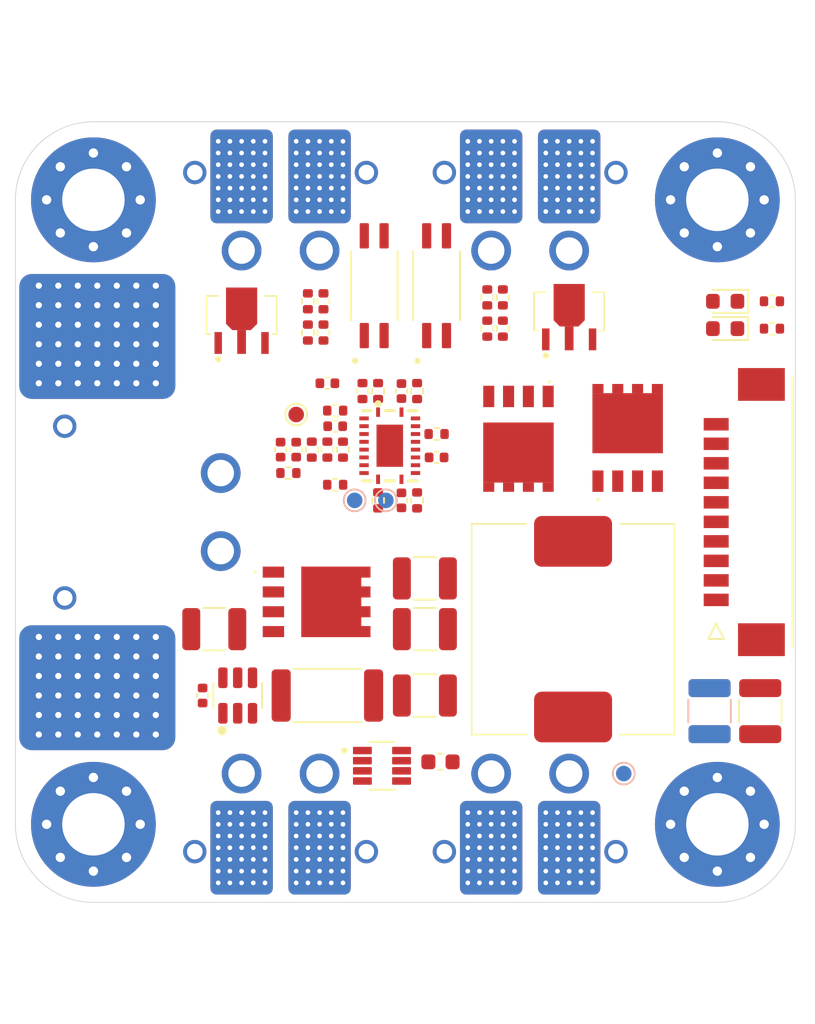
<source format=kicad_pcb>
(kicad_pcb (version 20241229) (generator "pcbnew") (generator_version "9.0")
  (layers (0 "F.Cu" signal) (4 "In1.Cu" signal) (6 "In2.Cu" signal) (2 "B.Cu" signal) (13 "F.Paste" user) (15 "B.Paste" user) (5 "F.SilkS" user "F.Silkscreen") (7 "B.SilkS" user "B.Silkscreen") (1 "F.Mask" user) (3 "B.Mask" user) (25 "Edge.Cuts" user))
  (net 0 "")
  (net 1 "GND")
  (net 2 "+5V")
  (net 39 "+BATT")
  (net 40 "MSFT_1")
  (net 41 "MSFT_2")
  (net 42 "+3V3")
  (net 43 "+BATT_FILT")
  (net 44 "INA_IN+")
  (net 45 "/100_Power/VBAT_LED")
  (net 46 "SCL")
  (net 47 "SDA")
  (net 48 "+5V_VCC")
  (net 49 "/100_Power/VCAP")
  (net 50 "/100_Power/PLR_G")
  (net 51 "/100_Power/COMP_FB_C")
  (net 52 "/100_Power/5V_FB")
  (net 53 "/100_Power/COMP_FB_R")
  (net 54 "/100_Power/5V_SS")
  (net 55 "/100_Power/5V_FB_RC")
  (net 56 "/100_Power/5V_BST")
  (net 57 "/100_Power/5V_ILIM")
  (net 58 "/100_Power/5V_VIN")
  (net 59 "/100_Power/5V_RT")
  (net 60 "/100_Power/5V_SYNCIN")
  (net 61 "/100_Power/5V_PGOOD")
  (net 62 "/100_Power/5V_EN")
  (net 63 "/100_Power/5V_SYNCOUT")
  (net 64 "/100_Power/5V_HO")
  (net 65 "/100_Power/5V_SW")
  (net 66 "/100_Power/5V_LO")
  (net 67 "/100_Power/5V_LED")
  (net 68 "/200_Connectors/VGS_CH2")
  (net 69 "/200_Connectors/MSFT_2_R")
  (net 70 "/200_Connectors/VGS_CH1")
  (net 71 "/200_Connectors/MSFT_1_R")
  (net 72 "/200_Connectors/VGS_CH2_R")
  (net 73 "/200_Connectors/VGS_CH1_R")
  (net 74 "/200_Connectors/VBAT_CH2")
  (net 75 "/200_Connectors/VBAT_CH1")
  (footprint "Capacitor_SMD:C_0402_1005Metric" (layer "F.Cu") (at 77 71.5)
    (property "Reference" "C6" (hide yes))
    (property "Value" "2u2")
    (pad "1" smd roundrect (at -0.48 0) (size 0.56 0.62) (layers "F.Cu" "F.Mask" "F.Paste") (net 48 "+5V_VCC"))
    (pad "2" smd roundrect (at 0.48 0) (size 0.56 0.62) (layers "F.Cu" "F.Mask" "F.Paste") (net 1 "GND"))
  )
  (footprint "Resistor_SMD:R_0402_1005Metric" (layer "F.Cu") (at 68.75 63.5 90)
    (property "Reference" "R202" (hide yes))
    (property "Value" "10k")
    (pad "1" smd roundrect (at -0.51 0 90) (size 0.54 0.64) (layers "F.Cu" "F.Mask" "F.Paste") (net 1 "GND"))
    (pad "2" smd roundrect (at 0.51 0 90) (size 0.54 0.64) (layers "F.Cu" "F.Mask" "F.Paste") (net 70 "/200_Connectors/VGS_CH1"))
  )
  (footprint "Resistor_SMD:R_0402_1005Metric" (layer "F.Cu") (at 69 71 -90)
    (property "Reference" "R3" (hide yes))
    (property "Value" "1k47")
    (pad "1" smd roundrect (at -0.51 0 270) (size 0.54 0.64) (layers "F.Cu" "F.Mask" "F.Paste") (net 52 "/100_Power/5V_FB"))
    (pad "2" smd roundrect (at 0.51 0 270) (size 0.54 0.64) (layers "F.Cu" "F.Mask" "F.Paste") (net 53 "/100_Power/COMP_FB_R"))
  )
  (footprint "Capacitor_SMD:C_0402_1005Metric" (layer "F.Cu") (at 68 71 90)
    (property "Reference" "C4" (hide yes))
    (property "Value" "390p")
    (pad "1" smd roundrect (at -0.48 0 90) (size 0.56 0.62) (layers "F.Cu" "F.Mask" "F.Paste") (net 55 "/100_Power/5V_FB_RC"))
    (pad "2" smd roundrect (at 0.48 0 90) (size 0.56 0.62) (layers "F.Cu" "F.Mask" "F.Paste") (net 52 "/100_Power/5V_FB"))
  )
  (footprint "MountingHole:MountingHole_4mm_Pad_Via" (layer "F.Cu") (at 55 55)
    (property "Reference" "H3" (hide yes))
    (property "Value" "MountingHole_Pad" (hide yes))
    (pad "1" thru_hole circle (at -3 0) (size 0.9 0.9) (drill 0.6) (layers "*.Cu" "*.Mask"))
    (pad "1" thru_hole circle (at -2.12132 -2.12132) (size 0.9 0.9) (drill 0.6) (layers "*.Cu" "*.Mask"))
    (pad "1" thru_hole circle (at -2.12132 2.12132) (size 0.9 0.9) (drill 0.6) (layers "*.Cu" "*.Mask"))
    (pad "1" thru_hole circle (at 0 -3) (size 0.9 0.9) (drill 0.6) (layers "*.Cu" "*.Mask"))
    (pad "1" thru_hole circle (at 0 0) (size 8 8) (drill 4) (layers "*.Cu" "*.Mask"))
    (pad "1" thru_hole circle (at 0 3) (size 0.9 0.9) (drill 0.6) (layers "*.Cu" "*.Mask"))
    (pad "1" thru_hole circle (at 2.12132 -2.12132) (size 0.9 0.9) (drill 0.6) (layers "*.Cu" "*.Mask"))
    (pad "1" thru_hole circle (at 2.12132 2.12132) (size 0.9 0.9) (drill 0.6) (layers "*.Cu" "*.Mask"))
    (pad "1" thru_hole circle (at 3 0) (size 0.9 0.9) (drill 0.6) (layers "*.Cu" "*.Mask"))
  )
  (footprint "Resistor_SMD:R_0402_1005Metric" (layer "F.Cu") (at 80.25 61.25 -90)
    (property "Reference" "R206" (hide yes))
    (property "Value" "10k")
    (pad "1" smd roundrect (at -0.51 0 270) (size 0.54 0.64) (layers "F.Cu" "F.Mask" "F.Paste") (net 1 "GND"))
    (pad "2" smd roundrect (at 0.51 0 270) (size 0.54 0.64) (layers "F.Cu" "F.Mask" "F.Paste") (net 68 "/200_Connectors/VGS_CH2"))
  )
  (footprint "Resistor_SMD:R_0402_1005Metric" (layer "F.Cu") (at 67.5 72.5 180)
    (property "Reference" "R5" (hide yes))
    (property "Value" "249R")
    (pad "1" smd roundrect (at -0.51 0 180) (size 0.54 0.64) (layers "F.Cu" "F.Mask" "F.Paste") (net 55 "/100_Power/5V_FB_RC"))
    (pad "2" smd roundrect (at 0.51 0 180) (size 0.54 0.64) (layers "F.Cu" "F.Mask" "F.Paste") (net 2 "+5V"))
  )
  (footprint "Resistor_SMD:R_0402_1005Metric" (layer "F.Cu") (at 68.75 61.5 90)
    (property "Reference" "R203" (hide yes))
    (property "Value" "100R")
    (pad "1" smd roundrect (at -0.51 0 90) (size 0.54 0.64) (layers "F.Cu" "F.Mask" "F.Paste") (net 73 "/200_Connectors/VGS_CH1_R"))
    (pad "2" smd roundrect (at 0.51 0 90) (size 0.54 0.64) (layers "F.Cu" "F.Mask" "F.Paste") (net 70 "/200_Connectors/VGS_CH1"))
  )
  (footprint "Capacitor_SMD:C_0603_1608Metric" (layer "F.Cu") (at 77.25 91)
    (property "Reference" "C200" (hide yes))
    (property "Value" "100n")
    (pad "1" smd roundrect (at -0.775 0) (size 0.9 0.95) (layers "F.Cu" "F.Mask" "F.Paste") (net 42 "+3V3"))
    (pad "2" smd roundrect (at 0.775 0) (size 0.9 0.95) (layers "F.Cu" "F.Mask" "F.Paste") (net 1 "GND"))
  )
  (footprint "HSK10N06:HSK10N06" (layer "F.Cu") (at 64.5 63.606)
    (property "Reference" "Q200" (hide yes))
    (property "Value" "HSK10N06" (hide yes))
    (pad "1" smd rect (at -1.5 0.563) (size 0.48 1.4) (layers "F.Cu" "F.Mask" "F.Paste") (net 73 "/200_Connectors/VGS_CH1_R"))
    (pad "2" smd roundrect (at 0 -1.625) (size 2 2.725) (layers "F.Cu" "F.Mask" "F.Paste") (roundrect_rratio 0) (chamfer_ratio 0.2) (chamfer bottom_left bottom_right) (net 75 "/200_Connectors/VBAT_CH1"))
    (pad "2" smd rect (at 0 0.5) (size 0.56 1.525) (layers "F.Cu" "F.Mask" "F.Paste") (net 75 "/200_Connectors/VBAT_CH1"))
    (pad "3" smd rect (at 1.5 0.563) (size 0.48 1.4) (layers "F.Cu" "F.Mask" "F.Paste") (net 1 "GND"))
  )
  (footprint "MountingHole:MountingHole_4mm_Pad_Via" (layer "F.Cu") (at 95 95)
    (property "Reference" "H2" (hide yes))
    (property "Value" "MountingHole_Pad" (hide yes))
    (pad "1" thru_hole circle (at -3 0) (size 0.9 0.9) (drill 0.6) (layers "*.Cu" "*.Mask"))
    (pad "1" thru_hole circle (at -2.12132 -2.12132) (size 0.9 0.9) (drill 0.6) (layers "*.Cu" "*.Mask"))
    (pad "1" thru_hole circle (at -2.12132 2.12132) (size 0.9 0.9) (drill 0.6) (layers "*.Cu" "*.Mask"))
    (pad "1" thru_hole circle (at 0 -3) (size 0.9 0.9) (drill 0.6) (layers "*.Cu" "*.Mask"))
    (pad "1" thru_hole circle (at 0 0) (size 8 8) (drill 4) (layers "*.Cu" "*.Mask"))
    (pad "1" thru_hole circle (at 0 3) (size 0.9 0.9) (drill 0.6) (layers "*.Cu" "*.Mask"))
    (pad "1" thru_hole circle (at 2.12132 -2.12132) (size 0.9 0.9) (drill 0.6) (layers "*.Cu" "*.Mask"))
    (pad "1" thru_hole circle (at 2.12132 2.12132) (size 0.9 0.9) (drill 0.6) (layers "*.Cu" "*.Mask"))
    (pad "1" thru_hole circle (at 3 0) (size 0.9 0.9) (drill 0.6) (layers "*.Cu" "*.Mask"))
  )
  (footprint "Capacitor_SMD:C_1210_3225Metric" (layer "F.Cu") (at 94.5 87.75 90)
    (property "Reference" "C14" (hide yes))
    (property "Value" "22u")
    (pad "1" smd roundrect (at -1.475 0 90) (size 1.15 2.7) (layers "F.Cu" "F.Mask" "F.Paste") (roundrect_rratio 0.217391) (net 2 "+5V"))
    (pad "2" smd roundrect (at 1.475 0 90) (size 1.15 2.7) (layers "F.Cu" "F.Mask" "F.Paste") (roundrect_rratio 0.217391) (net 1 "GND"))
  )
  (footprint "XT30PWF:XT30PWF" (layer "F.Cu") (at 80.5 58.25)
    (property "Reference" "J202" (hide yes))
    (property "Value" "XT30PW-F" (hide yes))
    (pad "1" thru_hole circle (at 0 0) (size 2.55 2.55) (drill 1.7) (layers "*.Cu" "*.Mask") (net 43 "+BATT_FILT"))
    (pad "2" thru_hole circle (at 5 0) (size 2.55 2.55) (drill 1.7) (layers "*.Cu" "*.Mask") (net 74 "/200_Connectors/VBAT_CH2"))
    (pad "3" thru_hole circle (at -3 -5) (size 1.5 1.5) (drill 1) (layers "*.Cu" "*.Mask") (net 1 "GND"))
    (pad "4" thru_hole circle (at 8 -5) (size 1.5 1.5) (drill 1) (layers "*.Cu" "*.Mask") (net 1 "GND"))
  )
  (footprint "XT30PWM:XT30PWM" (layer "F.Cu") (at 57.25 75 90)
    (property "Reference" "J100" (hide yes))
    (property "Value" "XT30PW-M" (hide yes))
    (pad "1" thru_hole circle (at -2.5 5.912 90) (size 2.55 2.55) (drill 1.7) (layers "*.Cu" "*.Mask") (net 39 "+BATT"))
    (pad "2" thru_hole circle (at 2.5 5.912 90) (size 2.55 2.55) (drill 1.7) (layers "*.Cu" "*.Mask") (net 1 "GND"))
    (pad "3" thru_hole circle (at 5.5 -4.088 90) (size 1.5 1.5) (drill 1) (layers "*.Cu" "*.Mask") (net 1 "GND"))
    (pad "4" thru_hole circle (at -5.5 -4.088 90) (size 1.5 1.5) (drill 1) (layers "*.Cu" "*.Mask") (net 1 "GND"))
  )
  (footprint "Package_TO_SOT_SMD:SOT-23-6" (layer "F.Cu") (at 64.25 86.75 90)
    (property "Reference" "U2" (hide yes))
    (property "Value" "LM74700")
    (pad "1" smd roundrect (at -1.1375 -0.95 90) (size 1.325 0.6) (layers "F.Cu" "F.Mask" "F.Paste") (net 49 "/100_Power/VCAP"))
    (pad "2" smd roundrect (at -1.1375 0 90) (size 1.325 0.6) (layers "F.Cu" "F.Mask" "F.Paste") (net 1 "GND"))
    (pad "3" smd roundrect (at -1.1375 0.95 90) (size 1.325 0.6) (layers "F.Cu" "F.Mask" "F.Paste") (net 39 "+BATT"))
    (pad "4" smd roundrect (at 1.1375 0.95 90) (size 1.325 0.6) (layers "F.Cu" "F.Mask" "F.Paste") (net 44 "INA_IN+"))
    (pad "5" smd roundrect (at 1.1375 0 90) (size 1.325 0.6) (layers "F.Cu" "F.Mask" "F.Paste") (net 50 "/100_Power/PLR_G"))
    (pad "6" smd roundrect (at 1.1375 -0.95 90) (size 1.325 0.6) (layers "F.Cu" "F.Mask" "F.Paste") (net 39 "+BATT"))
  )
  (footprint "Resistor_SMD:R_0402_1005Metric" (layer "F.Cu") (at 75.75 67.25 90)
    (property "Reference" "R11" (hide yes))
    (property "Value" "2R1")
    (pad "1" smd roundrect (at -0.51 0 90) (size 0.54 0.64) (layers "F.Cu" "F.Mask" "F.Paste") (net 58 "/100_Power/5V_VIN"))
    (pad "2" smd roundrect (at 0.51 0 90) (size 0.54 0.64) (layers "F.Cu" "F.Mask" "F.Paste") (net 43 "+BATT_FILT"))
  )
  (footprint "Capacitor_SMD:C_0402_1005Metric" (layer "F.Cu") (at 74.75 67.25 90)
    (property "Reference" "C8" (hide yes))
    (property "Value" "100n")
    (pad "1" smd roundrect (at -0.48 0 90) (size 0.56 0.62) (layers "F.Cu" "F.Mask" "F.Paste") (net 58 "/100_Power/5V_VIN"))
    (pad "2" smd roundrect (at 0.48 0 90) (size 0.56 0.62) (layers "F.Cu" "F.Mask" "F.Paste") (net 1 "GND"))
  )
  (footprint "Capacitor_SMD:C_1210_3225Metric" (layer "F.Cu") (at 97.75 87.75 90)
    (property "Reference" "C9" (hide yes))
    (property "Value" "22u")
    (pad "1" smd roundrect (at -1.475 0 90) (size 1.15 2.7) (layers "F.Cu" "F.Mask" "F.Paste") (roundrect_rratio 0.217391) (net 2 "+5V"))
    (pad "2" smd roundrect (at 1.475 0 90) (size 1.15 2.7) (layers "F.Cu" "F.Mask" "F.Paste") (roundrect_rratio 0.217391) (net 1 "GND"))
  )
  (footprint "Resistor_SMD:R_0402_1005Metric" (layer "F.Cu") (at 80.25 63.25 -90)
    (property "Reference" "R207" (hide yes))
    (property "Value" "100R")
    (pad "1" smd roundrect (at -0.51 0 270) (size 0.54 0.64) (layers "F.Cu" "F.Mask" "F.Paste") (net 72 "/200_Connectors/VGS_CH2_R"))
    (pad "2" smd roundrect (at 0.51 0 270) (size 0.54 0.64) (layers "F.Cu" "F.Mask" "F.Paste") (net 68 "/200_Connectors/VGS_CH2"))
  )
  (footprint "LTV-217-B-G:SOIC127P700X210-4N" (layer "F.Cu") (at 73 60.5 90)
    (property "Reference" "U200" (hide yes))
    (property "Value" "LTV-217-B-G")
    (pad "1" smd roundrect (at -3.195 -0.635 90) (size 1.62 0.59) (layers "F.Cu" "F.Mask" "F.Paste") (roundrect_rratio 0.125) (net 71 "/200_Connectors/MSFT_1_R"))
    (pad "2" smd roundrect (at -3.195 0.635 90) (size 1.62 0.59) (layers "F.Cu" "F.Mask" "F.Paste") (roundrect_rratio 0.125) (net 1 "GND"))
    (pad "3" smd roundrect (at 3.195 0.635 90) (size 1.62 0.59) (layers "F.Cu" "F.Mask" "F.Paste") (roundrect_rratio 0.125) (net 70 "/200_Connectors/VGS_CH1"))
    (pad "4" smd roundrect (at 3.195 -0.635 90) (size 1.62 0.59) (layers "F.Cu" "F.Mask" "F.Paste") (roundrect_rratio 0.125) (net 2 "+5V"))
  )
  (footprint "Resistor_SMD:R_0402_1005Metric" (layer "F.Cu") (at 71 71 90)
    (property "Reference" "R2" (hide yes))
    (property "Value" "3k4")
    (pad "1" smd roundrect (at -0.51 0 90) (size 0.54 0.64) (layers "F.Cu" "F.Mask" "F.Paste") (net 1 "GND"))
    (pad "2" smd roundrect (at 0.51 0 90) (size 0.54 0.64) (layers "F.Cu" "F.Mask" "F.Paste") (net 52 "/100_Power/5V_FB"))
  )
  (footprint "Resistor_SMD:R_2512_6332Metric" (layer "F.Cu") (at 70 86.75)
    (property "Reference" "R12" (hide yes))
    (property "Value" "0m5")
    (pad "1" smd roundrect (at -2.9625 0) (size 1.225 3.35) (layers "F.Cu" "F.Mask" "F.Paste") (roundrect_rratio 0.204082) (net 43 "+BATT_FILT"))
    (pad "2" smd roundrect (at 2.9625 0) (size 1.225 3.35) (layers "F.Cu" "F.Mask" "F.Paste") (roundrect_rratio 0.204082) (net 44 "INA_IN+"))
  )
  (footprint "HSK10N06:HSK10N06" (layer "F.Cu") (at 85.5 63.375)
    (property "Reference" "Q201" (hide yes))
    (property "Value" "HSK10N06")
    (pad "1" smd rect (at -1.5 0.563) (size 0.48 1.4) (layers "F.Cu" "F.Mask" "F.Paste") (net 72 "/200_Connectors/VGS_CH2_R"))
    (pad "2" smd roundrect (at 0 -1.625) (size 2 2.725) (layers "F.Cu" "F.Mask" "F.Paste") (roundrect_rratio 0) (chamfer_ratio 0.2) (chamfer bottom_left bottom_right) (net 74 "/200_Connectors/VBAT_CH2"))
    (pad "2" smd rect (at 0 0.5) (size 0.56 1.525) (layers "F.Cu" "F.Mask" "F.Paste") (net 74 "/200_Connectors/VBAT_CH2"))
    (pad "3" smd rect (at 1.5 0.563) (size 0.48 1.4) (layers "F.Cu" "F.Mask" "F.Paste") (net 1 "GND"))
  )
  (footprint "Resistor_SMD:R_0402_1005Metric" (layer "F.Cu") (at 73.25 74.25 -90)
    (property "Reference" "R8" (hide yes))
    (property "Value" "4k7")
    (pad "1" smd roundrect (at -0.51 0 270) (size 0.54 0.64) (layers "F.Cu" "F.Mask" "F.Paste") (net 61 "/100_Power/5V_PGOOD"))
    (pad "2" smd roundrect (at 0.51 0 270) (size 0.54 0.64) (layers "F.Cu" "F.Mask" "F.Paste") (net 48 "+5V_VCC"))
  )
  (footprint "Resistor_SMD:R_0402_1005Metric" (layer "F.Cu") (at 81.25 63.25 90)
    (property "Reference" "R205" (hide yes))
    (property "Value" "470R")
    (pad "1" smd roundrect (at -0.51 0 90) (size 0.54 0.64) (layers "F.Cu" "F.Mask" "F.Paste") (net 69 "/200_Connectors/MSFT_2_R"))
    (pad "2" smd roundrect (at 0.51 0 90) (size 0.54 0.64) (layers "F.Cu" "F.Mask" "F.Paste") (net 41 "MSFT_2"))
  )
  (footprint "Resistor_SMD:R_0402_1005Metric" (layer "F.Cu") (at 69.75 63.5 90)
    (property "Reference" "R200" (hide yes))
    (property "Value" "10k")
    (pad "1" smd roundrect (at -0.51 0 90) (size 0.54 0.64) (layers "F.Cu" "F.Mask" "F.Paste") (net 1 "GND"))
    (pad "2" smd roundrect (at 0.51 0 90) (size 0.54 0.64) (layers "F.Cu" "F.Mask" "F.Paste") (net 40 "MSFT_1"))
  )
  (footprint "125CDMCCDS-1R8MC:Untitled" (layer "F.Cu") (at 85.75 82.5 -90)
    (property "Reference" "L1" (hide yes))
    (property "Value" "1u8")
    (pad "1" smd roundrect (at -5.625 0 270) (size 3.25 5) (layers "F.Cu" "F.Mask" "F.Paste") (roundrect_rratio 0.15) (net 65 "/100_Power/5V_SW"))
    (pad "2" smd roundrect (at 5.625 0 270) (size 3.25 5) (layers "F.Cu" "F.Mask" "F.Paste") (roundrect_rratio 0.15) (net 2 "+5V"))
  )
  (footprint "Resistor_SMD:R_0402_1005Metric" (layer "F.Cu") (at 72.25 67.25 -90)
    (property "Reference" "R10" (hide yes))
    (property "Value" "9k1")
    (pad "1" smd roundrect (at -0.51 0 270) (size 0.54 0.64) (layers "F.Cu" "F.Mask" "F.Paste") (net 1 "GND"))
    (pad "2" smd roundrect (at 0.51 0 270) (size 0.54 0.64) (layers "F.Cu" "F.Mask" "F.Paste") (net 62 "/100_Power/5V_EN"))
  )
  (footprint "Resistor_SMD:R_0402_1005Metric" (layer "F.Cu") (at 73.25 67.25 90)
    (property "Reference" "R9" (hide yes))
    (property "Value" "35k7")
    (pad "1" smd roundrect (at -0.51 0 90) (size 0.54 0.64) (layers "F.Cu" "F.Mask" "F.Paste") (net 62 "/100_Power/5V_EN"))
    (pad "2" smd roundrect (at 0.51 0 90) (size 0.54 0.64) (layers "F.Cu" "F.Mask" "F.Paste") (net 43 "+BATT_FILT"))
  )
  (footprint "LTV-217-B-G:SOIC127P700X210-4N" (layer "F.Cu") (at 77 60.5 90)
    (property "Reference" "U201" (hide yes))
    (property "Value" "LTV-217-B-G")
    (pad "1" smd roundrect (at -3.195 -0.635 90) (size 1.62 0.59) (layers "F.Cu" "F.Mask" "F.Paste") (roundrect_rratio 0.125) (net 69 "/200_Connectors/MSFT_2_R"))
    (pad "2" smd roundrect (at -3.195 0.635 90) (size 1.62 0.59) (layers "F.Cu" "F.Mask" "F.Paste") (roundrect_rratio 0.125) (net 1 "GND"))
    (pad "3" smd roundrect (at 3.195 0.635 90) (size 1.62 0.59) (layers "F.Cu" "F.Mask" "F.Paste") (roundrect_rratio 0.125) (net 68 "/200_Connectors/VGS_CH2"))
    (pad "4" smd roundrect (at 3.195 -0.635 90) (size 1.62 0.59) (layers "F.Cu" "F.Mask" "F.Paste") (roundrect_rratio 0.125) (net 2 "+5V"))
  )
  (footprint "Resistor_SMD:R_0402_1005Metric" (layer "F.Cu") (at 98.5 63.25 180)
    (property "Reference" "R112" (hide yes))
    (property "Value" "4k7")
    (pad "1" smd roundrect (at -0.51 0 180) (size 0.54 0.64) (layers "F.Cu" "F.Mask" "F.Paste") (net 1 "GND"))
    (pad "2" smd roundrect (at 0.51 0 180) (size 0.54 0.64) (layers "F.Cu" "F.Mask" "F.Paste") (net 45 "/100_Power/VBAT_LED"))
  )
  (footprint "Capacitor_SMD:C_1210_3225Metric" (layer "F.Cu") (at 76.25 86.75)
    (property "Reference" "C10" (hide yes))
    (property "Value" "47u")
    (pad "1" smd roundrect (at -1.475 0) (size 1.15 2.7) (layers "F.Cu" "F.Mask" "F.Paste") (roundrect_rratio 0.217391) (net 43 "+BATT_FILT"))
    (pad "2" smd roundrect (at 1.475 0) (size 1.15 2.7) (layers "F.Cu" "F.Mask" "F.Paste") (roundrect_rratio 0.217391) (net 1 "GND"))
  )
  (footprint "Resistor_SMD:R_0402_1005Metric" (layer "F.Cu") (at 81.25 61.25 -90)
    (property "Reference" "R204" (hide yes))
    (property "Value" "10k")
    (pad "1" smd roundrect (at -0.51 0 270) (size 0.54 0.64) (layers "F.Cu" "F.Mask" "F.Paste") (net 1 "GND"))
    (pad "2" smd roundrect (at 0.51 0 270) (size 0.54 0.64) (layers "F.Cu" "F.Mask" "F.Paste") (net 41 "MSFT_2"))
  )
  (footprint "Capacitor_SMD:C_0402_1005Metric" (layer "F.Cu") (at 62 86.75 -90)
    (property "Reference" "C4" (hide yes))
    (property "Value" "390p")
    (pad "1" smd roundrect (at -0.48 0 270) (size 0.56 0.62) (layers "F.Cu" "F.Mask" "F.Paste"))
    (pad "2" smd roundrect (at 0.48 0 270) (size 0.56 0.62) (layers "F.Cu" "F.Mask" "F.Paste"))
  )
  (footprint "532617010:532617010" (layer "F.Cu") (at 94.9246 75 90)
    (property "Reference" "J200" (hide yes))
    (property "Value" "532617010" (hide yes))
    (pad "1" smd rect (at -5.625 0 90) (size 0.8 1.6) (layers "F.Cu" "F.Mask" "F.Paste") (net 2 "+5V"))
    (pad "2" smd rect (at -4.375 0 90) (size 0.8 1.6) (layers "F.Cu" "F.Mask" "F.Paste") (net 2 "+5V"))
    (pad "3" smd rect (at -3.125 0 90) (size 0.8 1.6) (layers "F.Cu" "F.Mask" "F.Paste") (net 42 "+3V3"))
    (pad "4" smd rect (at -1.875 0 90) (size 0.8 1.6) (layers "F.Cu" "F.Mask" "F.Paste") (net 46 "SCL"))
    (pad "5" smd rect (at -0.625 0 90) (size 0.8 1.6) (layers "F.Cu" "F.Mask" "F.Paste") (net 47 "SDA"))
    (pad "6" smd rect (at 0.625 0 90) (size 0.8 1.6) (layers "F.Cu" "F.Mask" "F.Paste") (net 1 "GND"))
    (pad "7" smd rect (at 1.875 0 90) (size 0.8 1.6) (layers "F.Cu" "F.Mask" "F.Paste") (net 40 "MSFT_1"))
    (pad "8" smd rect (at 3.125 0 90) (size 0.8 1.6) (layers "F.Cu" "F.Mask" "F.Paste") (net 41 "MSFT_2"))
    (pad "9" smd rect (at 4.375 0 90) (size 0.8 1.6) (layers "F.Cu" "F.Mask" "F.Paste") (net 1 "GND"))
    (pad "10" smd rect (at 5.625 0 90) (size 0.8 1.6) (layers "F.Cu" "F.Mask" "F.Paste") (net 1 "GND"))
    (pad "11" smd rect (at -8.175 2.9 90) (size 2.1 3) (layers "F.Cu" "F.Mask" "F.Paste"))
    (pad "12" smd rect (at 8.175 2.9 90) (size 2.1 3) (layers "F.Cu" "F.Mask" "F.Paste"))
  )
  (footprint "Capacitor_SMD:C_0402_1005Metric" (layer "F.Cu") (at 67 71 90)
    (property "Reference" "C1" (hide yes))
    (property "Value" "1n")
    (pad "1" smd roundrect (at -0.48 0 90) (size 0.56 0.62) (layers "F.Cu" "F.Mask" "F.Paste") (net 51 "/100_Power/COMP_FB_C"))
    (pad "2" smd roundrect (at 0.48 0 90) (size 0.56 0.62) (layers "F.Cu" "F.Mask" "F.Paste") (net 52 "/100_Power/5V_FB"))
  )
  (footprint "LED_SMD:LED_0603_1608Metric" (layer "F.Cu") (at 95.5 61.5 180)
    (property "Reference" "D1" (hide yes))
    (property "Value" "LED")
    (pad "1" smd roundrect (at -0.7875 0 180) (size 0.875 0.95) (layers "F.Cu" "F.Mask" "F.Paste") (net 67 "/100_Power/5V_LED"))
    (pad "2" smd roundrect (at 0.7875 0 180) (size 0.875 0.95) (layers "F.Cu" "F.Mask" "F.Paste") (net 2 "+5V"))
  )
  (footprint "XT30PWF:XT30PWF" (layer "F.Cu") (at 85.5 91.75 180)
    (property "Reference" "J204" (hide yes))
    (property "Value" "XT30PW-F" (hide yes))
    (pad "1" thru_hole circle (at 0 0 180) (size 2.55 2.55) (drill 1.7) (layers "*.Cu" "*.Mask") (net 2 "+5V"))
    (pad "2" thru_hole circle (at 5 0 180) (size 2.55 2.55) (drill 1.7) (layers "*.Cu" "*.Mask") (net 1 "GND"))
    (pad "3" thru_hole circle (at -3 -5 180) (size 1.5 1.5) (drill 1) (layers "*.Cu" "*.Mask") (net 1 "GND"))
    (pad "4" thru_hole circle (at 8 -5 180) (size 1.5 1.5) (drill 1) (layers "*.Cu" "*.Mask") (net 1 "GND"))
  )
  (footprint "Capacitor_SMD:C_1210_3225Metric" (layer "F.Cu") (at 76.25 82.5)
    (property "Reference" "C16" (hide yes))
    (property "Value" "22u")
    (pad "1" smd roundrect (at -1.475 0) (size 1.15 2.7) (layers "F.Cu" "F.Mask" "F.Paste") (roundrect_rratio 0.217391) (net 44 "INA_IN+"))
    (pad "2" smd roundrect (at 1.475 0) (size 1.15 2.7) (layers "F.Cu" "F.Mask" "F.Paste") (roundrect_rratio 0.217391) (net 1 "GND"))
  )
  (footprint "Resistor_SMD:R_0402_1005Metric" (layer "F.Cu") (at 69.75 61.5 -90)
    (property "Reference" "R201" (hide yes))
    (property "Value" "470R")
    (pad "1" smd roundrect (at -0.51 0 270) (size 0.54 0.64) (layers "F.Cu" "F.Mask" "F.Paste") (net 71 "/200_Connectors/MSFT_1_R"))
    (pad "2" smd roundrect (at 0.51 0 270) (size 0.54 0.64) (layers "F.Cu" "F.Mask" "F.Paste") (net 40 "MSFT_1"))
  )
  (footprint "INA219AIDCNR:SOT65P280X145-8N" (layer "F.Cu") (at 73.5 91.25)
    (property "Reference" "U202" (hide yes))
    (property "Value" "INA219AIDCNR" (hide yes))
    (pad "1" smd roundrect (at -1.255 -0.975) (size 1.21 0.48) (layers "F.Cu" "F.Mask" "F.Paste") (roundrect_rratio 0.125) (net 44 "INA_IN+"))
    (pad "2" smd roundrect (at -1.255 -0.325) (size 1.21 0.48) (layers "F.Cu" "F.Mask" "F.Paste") (roundrect_rratio 0.125) (net 43 "+BATT_FILT"))
    (pad "3" smd roundrect (at -1.255 0.325) (size 1.21 0.48) (layers "F.Cu" "F.Mask" "F.Paste") (roundrect_rratio 0.125) (net 1 "GND"))
    (pad "4" smd roundrect (at -1.255 0.975) (size 1.21 0.48) (layers "F.Cu" "F.Mask" "F.Paste") (roundrect_rratio 0.125) (net 42 "+3V3"))
    (pad "5" smd roundrect (at 1.255 0.975) (size 1.21 0.48) (layers "F.Cu" "F.Mask" "F.Paste") (roundrect_rratio 0.125) (net 46 "SCL"))
    (pad "6" smd roundrect (at 1.255 0.325) (size 1.21 0.48) (layers "F.Cu" "F.Mask" "F.Paste") (roundrect_rratio 0.125) (net 47 "SDA"))
    (pad "7" smd roundrect (at 1.255 -0.325) (size 1.21 0.48) (layers "F.Cu" "F.Mask" "F.Paste") (roundrect_rratio 0.125) (net 42 "+3V3"))
    (pad "8" smd roundrect (at 1.255 -0.975) (size 1.21 0.48) (layers "F.Cu" "F.Mask" "F.Paste") (roundrect_rratio 0.125) (net 1 "GND"))
  )
  (footprint "Capacitor_SMD:C_1210_3225Metric" (layer "F.Cu") (at 62.75 82.5 180)
    (property "Reference" "C12" (hide yes))
    (property "Value" "22u")
    (pad "1" smd roundrect (at -1.475 0 180) (size 1.15 2.7) (layers "F.Cu" "F.Mask" "F.Paste") (roundrect_rratio 0.217391) (net 39 "+BATT"))
    (pad "2" smd roundrect (at 1.475 0 180) (size 1.15 2.7) (layers "F.Cu" "F.Mask" "F.Paste") (roundrect_rratio 0.217391) (net 1 "GND"))
  )
  (footprint "Capacitor_SMD:C_0402_1005Metric" (layer "F.Cu") (at 74.75 74.25 -90)
    (property "Reference" "C7" (hide yes))
    (property "Value" "10p")
    (pad "1" smd roundrect (at -0.48 0 270) (size 0.56 0.62) (layers "F.Cu" "F.Mask" "F.Paste") (net 57 "/100_Power/5V_ILIM"))
    (pad "2" smd roundrect (at 0.48 0 270) (size 0.56 0.62) (layers "F.Cu" "F.Mask" "F.Paste") (net 1 "GND"))
  )
  (footprint "Resistor_SMD:R_0402_1005Metric" (layer "F.Cu") (at 77 70)
    (property "Reference" "C5" (hide yes))
    (property "Value" "100n")
    (pad "1" smd roundrect (at -0.51 0) (size 0.54 0.64) (layers "F.Cu" "F.Mask" "F.Paste") (net 56 "/100_Power/5V_BST"))
    (pad "2" smd roundrect (at 0.51 0) (size 0.54 0.64) (layers "F.Cu" "F.Mask" "F.Paste") (net 65 "/100_Power/5V_SW"))
  )
  (footprint "MountingHole:MountingHole_4mm_Pad_Via" (layer "F.Cu") (at 95 55)
    (property "Reference" "H4" (hide yes))
    (property "Value" "MountingHole_Pad" (hide yes))
    (pad "1" thru_hole circle (at -3 0) (size 0.9 0.9) (drill 0.6) (layers "*.Cu" "*.Mask"))
    (pad "1" thru_hole circle (at -2.12132 -2.12132) (size 0.9 0.9) (drill 0.6) (layers "*.Cu" "*.Mask"))
    (pad "1" thru_hole circle (at -2.12132 2.12132) (size 0.9 0.9) (drill 0.6) (layers "*.Cu" "*.Mask"))
    (pad "1" thru_hole circle (at 0 -3) (size 0.9 0.9) (drill 0.6) (layers "*.Cu" "*.Mask"))
    (pad "1" thru_hole circle (at 0 0) (size 8 8) (drill 4) (layers "*.Cu" "*.Mask"))
    (pad "1" thru_hole circle (at 0 3) (size 0.9 0.9) (drill 0.6) (layers "*.Cu" "*.Mask"))
    (pad "1" thru_hole circle (at 2.12132 -2.12132) (size 0.9 0.9) (drill 0.6) (layers "*.Cu" "*.Mask"))
    (pad "1" thru_hole circle (at 2.12132 2.12132) (size 0.9 0.9) (drill 0.6) (layers "*.Cu" "*.Mask"))
    (pad "1" thru_hole circle (at 3 0) (size 0.9 0.9) (drill 0.6) (layers "*.Cu" "*.Mask"))
  )
  (footprint "Resistor_SMD:R_0402_1005Metric" (layer "F.Cu") (at 98.5 61.5 180)
    (property "Reference" "R13" (hide yes))
    (property "Value" "4k7")
    (pad "1" smd roundrect (at -0.51 0 180) (size 0.54 0.64) (layers "F.Cu" "F.Mask" "F.Paste") (net 1 "GND"))
    (pad "2" smd roundrect (at 0.51 0 180) (size 0.54 0.64) (layers "F.Cu" "F.Mask" "F.Paste") (net 67 "/100_Power/5V_LED"))
  )
  (footprint "CSD18540Q5B:CSD18540Q5B" (layer "F.Cu") (at 69.309 80.75)
    (property "Reference" "Q3" (hide yes))
    (property "Value" "CSD18540Q5B" (hide yes))
    (pad "1" smd rect (at -2.77 1.905 90) (size 0.71 1.372) (layers "F.Cu" "F.Mask" "F.Paste") (net 50 "/100_Power/PLR_G"))
    (pad "2" smd rect (at 0.941 0) (size 3.85 4.52) (layers "F.Cu" "F.Mask" "F.Paste") (net 44 "INA_IN+"))
    (pad "2" smd rect (at 3.161 -1.905) (size 0.59 0.71) (layers "F.Cu" "F.Mask" "F.Paste") (net 44 "INA_IN+"))
    (pad "2" smd rect (at 3.161 -0.635) (size 0.59 0.71) (layers "F.Cu" "F.Mask" "F.Paste") (net 44 "INA_IN+"))
    (pad "2" smd rect (at 3.161 0.635) (size 0.59 0.71) (layers "F.Cu" "F.Mask" "F.Paste") (net 44 "INA_IN+"))
    (pad "2" smd rect (at 3.161 1.905) (size 0.59 0.71) (layers "F.Cu" "F.Mask" "F.Paste") (net 44 "INA_IN+"))
    (pad "3" smd rect (at -2.77 -1.905 90) (size 0.71 1.372) (layers "F.Cu" "F.Mask" "F.Paste") (net 39 "+BATT"))
    (pad "3" smd rect (at -2.77 -0.635 90) (size 0.71 1.372) (layers "F.Cu" "F.Mask" "F.Paste") (net 39 "+BATT"))
    (pad "3" smd rect (at -2.77 0.635 90) (size 0.71 1.372) (layers "F.Cu" "F.Mask" "F.Paste") (net 39 "+BATT"))
  )
  (footprint "SOLDER_PAD:BAT_SOLDER_PAD" (layer "F.Cu") (at 55.25 63.75 90)
    (property "Reference" "J10" (hide yes))
    (property "Value" "~")
    (pad "1" smd roundrect (at 0 0 180) (size 10 8) (layers "F.Cu" "F.Mask" "F.Paste") (roundrect_rratio 0.1) (net 1 "GND"))
    (pad "1" smd roundrect (at 0 0) (size 10 8) (layers "B.Cu" "B.Mask" "B.Paste") (roundrect_rratio 0.1) (net 1 "GND"))
  )
  (footprint "CSD18510Q5B:CSD18540Q5BT" (layer "F.Cu") (at 82.25 70.5 90)
    (property "Reference" "Q2" (hide yes))
    (property "Value" "CSD18510Q5B" (hide yes))
    (pad "1" smd rect (at 2.907 -1.905 180) (size 0.71 1.372) (layers "F.Cu" "F.Mask" "F.Paste") (net 66 "/100_Power/5V_LO"))
    (pad "2" smd rect (at -2.907 -1.905 90) (size 0.59 0.71) (layers "F.Cu" "F.Mask" "F.Paste") (net 65 "/100_Power/5V_SW"))
    (pad "2" smd rect (at -2.907 -0.635 90) (size 0.59 0.71) (layers "F.Cu" "F.Mask" "F.Paste") (net 65 "/100_Power/5V_SW"))
    (pad "2" smd rect (at -2.907 0.635 90) (size 0.59 0.71) (layers "F.Cu" "F.Mask" "F.Paste") (net 65 "/100_Power/5V_SW"))
    (pad "2" smd rect (at -2.907 1.905 90) (size 0.59 0.71) (layers "F.Cu" "F.Mask" "F.Paste") (net 65 "/100_Power/5V_SW"))
    (pad "2" smd rect (at -0.687 0 90) (size 3.85 4.52) (layers "F.Cu" "F.Mask" "F.Paste") (net 65 "/100_Power/5V_SW"))
    (pad "3" smd rect (at 2.907 -0.635 180) (size 0.71 1.372) (layers "F.Cu" "F.Mask" "F.Paste") (net 1 "GND"))
    (pad "3" smd rect (at 2.907 0.635 180) (size 0.71 1.372) (layers "F.Cu" "F.Mask" "F.Paste") (net 1 "GND"))
    (pad "3" smd rect (at 2.907 1.905 180) (size 0.71 1.372) (layers "F.Cu" "F.Mask" "F.Paste") (net 1 "GND"))
  )
  (footprint "XT30PWF:XT30PWF" (layer "F.Cu") (at 69.5 91.75 180)
    (property "Reference" "J203" (hide yes))
    (property "Value" "XT30PW-F" (hide yes))
    (pad "1" thru_hole circle (at 0 0 180) (size 2.55 2.55) (drill 1.7) (layers "*.Cu" "*.Mask") (net 43 "+BATT_FILT"))
    (pad "2" thru_hole circle (at 5 0 180) (size 2.55 2.55) (drill 1.7) (layers "*.Cu" "*.Mask") (net 1 "GND"))
    (pad "3" thru_hole circle (at -3 -5 180) (size 1.5 1.5) (drill 1) (layers "*.Cu" "*.Mask") (net 1 "GND"))
    (pad "4" thru_hole circle (at 8 -5 180) (size 1.5 1.5) (drill 1) (layers "*.Cu" "*.Mask") (net 1 "GND"))
  )
  (footprint "Capacitor_SMD:C_0402_1005Metric" (layer "F.Cu") (at 70.5 69.5 180)
    (property "Reference" "C3" (hide yes))
    (property "Value" "100n")
    (pad "1" smd roundrect (at -0.48 0 180) (size 0.56 0.62) (layers "F.Cu" "F.Mask" "F.Paste") (net 54 "/100_Power/5V_SS"))
    (pad "2" smd roundrect (at 0.48 0 180) (size 0.56 0.62) (layers "F.Cu" "F.Mask" "F.Paste") (net 1 "GND"))
  )
  (footprint "Capacitor_SMD:C_0402_1005Metric" (layer "F.Cu") (at 70 66.75)
    (property "Reference" "C2" (hide yes))
    (property "Value" "8n2")
    (pad "1" smd roundrect (at -0.48 0) (size 0.56 0.62) (layers "F.Cu" "F.Mask" "F.Paste") (net 53 "/100_Power/COMP_FB_R"))
    (pad "2" smd roundrect (at 0.48 0) (size 0.56 0.62) (layers "F.Cu" "F.Mask" "F.Paste") (net 51 "/100_Power/COMP_FB_C"))
  )
  (footprint "Resistor_SMD:R_0402_1005Metric" (layer "F.Cu") (at 70.5 73.25 180)
    (property "Reference" "R6" (hide yes))
    (property "Value" "20k")
    (pad "1" smd roundrect (at -0.51 0 180) (size 0.54 0.64) (layers "F.Cu" "F.Mask" "F.Paste") (net 60 "/100_Power/5V_SYNCIN"))
    (pad "2" smd roundrect (at 0.51 0 180) (size 0.54 0.64) (layers "F.Cu" "F.Mask" "F.Paste") (net 48 "+5V_VCC"))
  )
  (footprint "SOLDER_PAD:BAT_SOLDER_PAD" (layer "F.Cu") (at 55.25 86.25 90)
    (property "Reference" "J9" (hide yes))
    (property "Value" "~")
    (pad "1" smd roundrect (at 0 0 180) (size 10 8) (layers "F.Cu" "F.Mask" "F.Paste") (roundrect_rratio 0.1) (net 39 "+BATT"))
    (pad "1" smd roundrect (at 0 0) (size 10 8) (layers "B.Cu" "B.Mask" "B.Paste") (roundrect_rratio 0.1) (net 39 "+BATT"))
  )
  (footprint "LM24145RGYR:RGY0020B" (layer "F.Cu") (at 74 70.75)
    (property "Reference" "U1" (hide yes))
    (property "Value" "LM25145RGYR" (hide yes))
    (pad "1" smd rect (at -0.75 -2.15) (size 0.25 0.6) (layers "F.Cu" "F.Mask" "F.Paste") (net 62 "/100_Power/5V_EN"))
    (pad "2" smd rect (at -1.65 -1.75 90) (size 0.25 0.6) (layers "F.Cu" "F.Mask" "F.Paste") (net 59 "/100_Power/5V_RT"))
    (pad "3" smd rect (at -1.65 -1.25 90) (size 0.25 0.6) (layers "F.Cu" "F.Mask" "F.Paste") (net 54 "/100_Power/5V_SS"))
    (pad "4" smd rect (at -1.65 -0.75 90) (size 0.25 0.6) (layers "F.Cu" "F.Mask" "F.Paste") (net 51 "/100_Power/COMP_FB_C"))
    (pad "5" smd rect (at -1.65 -0.25 90) (size 0.25 0.6) (layers "F.Cu" "F.Mask" "F.Paste") (net 52 "/100_Power/5V_FB"))
    (pad "6" smd rect (at -1.65 0.25 90) (size 0.25 0.6) (layers "F.Cu" "F.Mask" "F.Paste") (net 1 "GND"))
    (pad "7" smd rect (at -1.65 0.75 90) (size 0.25 0.6) (layers "F.Cu" "F.Mask" "F.Paste") (net 63 "/100_Power/5V_SYNCOUT"))
    (pad "8" smd rect (at -1.65 1.25 90) (size 0.25 0.6) (layers "F.Cu" "F.Mask" "F.Paste") (net 60 "/100_Power/5V_SYNCIN"))
    (pad "9" smd rect (at -1.65 1.75 90) (size 0.25 0.6) (layers "F.Cu" "F.Mask" "F.Paste") (net 1 "GND"))
    (pad "10" smd rect (at -0.75 2.15) (size 0.25 0.6) (layers "F.Cu" "F.Mask" "F.Paste") (net 61 "/100_Power/5V_PGOOD"))
    (pad "11" smd rect (at 0.75 2.15) (size 0.25 0.6) (layers "F.Cu" "F.Mask" "F.Paste") (net 57 "/100_Power/5V_ILIM"))
    (pad "12" smd rect (at 1.65 1.75 90) (size 0.25 0.6) (layers "F.Cu" "F.Mask" "F.Paste") (net 1 "GND"))
    (pad "13" smd rect (at 1.65 1.25 90) (size 0.25 0.6) (layers "F.Cu" "F.Mask" "F.Paste") (net 66 "/100_Power/5V_LO"))
    (pad "14" smd rect (at 1.65 0.75 90) (size 0.25 0.6) (layers "F.Cu" "F.Mask" "F.Paste") (net 48 "+5V_VCC"))
    (pad "15" smd rect (at 1.65 0.25 90) (size 0.25 0.6) (layers "F.Cu" "F.Mask" "F.Paste") (net 1 "GND"))
    (pad "16" smd rect (at 1.65 -0.25 90) (size 0.25 0.6) (layers "F.Cu" "F.Mask" "F.Paste") (net 1 "GND"))
    (pad "17" smd rect (at 1.65 -0.75 90) (size 0.25 0.6) (layers "F.Cu" "F.Mask" "F.Paste") (net 56 "/100_Power/5V_BST"))
    (pad "18" smd rect (at 1.65 -1.25 90) (size 0.25 0.6) (layers "F.Cu" "F.Mask" "F.Paste") (net 64 "/100_Power/5V_HO"))
    (pad "19" smd rect (at 1.65 -1.75 90) (size 0.25 0.6) (layers "F.Cu" "F.Mask" "F.Paste") (net 65 "/100_Power/5V_SW"))
    (pad "20" smd rect (at 0.75 -2.15) (size 0.25 0.6) (layers "F.Cu" "F.Mask" "F.Paste") (net 58 "/100_Power/5V_VIN"))
    (pad "21" smd rect (at 0 0) (size 1.7 2.7) (layers "F.Cu" "F.Mask" "F.Paste") (net 1 "GND"))
  )
  (footprint "Capacitor_SMD:C_1210_3225Metric" (layer "F.Cu") (at 76.25 79.25)
    (property "Reference" "C11" (hide yes))
    (property "Value" "22u")
    (pad "1" smd roundrect (at -1.475 0) (size 1.15 2.7) (layers "F.Cu" "F.Mask" "F.Paste") (roundrect_rratio 0.217391) (net 44 "INA_IN+"))
    (pad "2" smd roundrect (at 1.475 0) (size 1.15 2.7) (layers "F.Cu" "F.Mask" "F.Paste") (roundrect_rratio 0.217391) (net 1 "GND"))
  )
  (footprint "Resistor_SMD:R_0402_1005Metric" (layer "F.Cu") (at 75.75 74.25 90)
    (property "Reference" "R7" (hide yes))
    (property "Value" "576R")
    (pad "1" smd roundrect (at -0.51 0 90) (size 0.54 0.64) (layers "F.Cu" "F.Mask" "F.Paste") (net 65 "/100_Power/5V_SW"))
    (pad "2" smd roundrect (at 0.51 0 90) (size 0.54 0.64) (layers "F.Cu" "F.Mask" "F.Paste") (net 57 "/100_Power/5V_ILIM"))
  )
  (footprint "MountingHole:MountingHole_4mm_Pad_Via" (layer "F.Cu") (at 55 95)
    (property "Reference" "H1" (hide yes))
    (property "Value" "MountingHole_Pad" (hide yes))
    (pad "1" thru_hole circle (at -3 0) (size 0.9 0.9) (drill 0.6) (layers "*.Cu" "*.Mask"))
    (pad "1" thru_hole circle (at -2.12132 -2.12132) (size 0.9 0.9) (drill 0.6) (layers "*.Cu" "*.Mask"))
    (pad "1" thru_hole circle (at -2.12132 2.12132) (size 0.9 0.9) (drill 0.6) (layers "*.Cu" "*.Mask"))
    (pad "1" thru_hole circle (at 0 -3) (size 0.9 0.9) (drill 0.6) (layers "*.Cu" "*.Mask"))
    (pad "1" thru_hole circle (at 0 0) (size 8 8) (drill 4) (layers "*.Cu" "*.Mask"))
    (pad "1" thru_hole circle (at 0 3) (size 0.9 0.9) (drill 0.6) (layers "*.Cu" "*.Mask"))
    (pad "1" thru_hole circle (at 2.12132 -2.12132) (size 0.9 0.9) (drill 0.6) (layers "*.Cu" "*.Mask"))
    (pad "1" thru_hole circle (at 2.12132 2.12132) (size 0.9 0.9) (drill 0.6) (layers "*.Cu" "*.Mask"))
    (pad "1" thru_hole circle (at 3 0) (size 0.9 0.9) (drill 0.6) (layers "*.Cu" "*.Mask"))
  )
  (footprint "TestPoint:TestPoint_Pad_D1.0mm" (layer "F.Cu") (at 68 68.75)
    (property "Reference" "TP2" (hide yes))
    (property "Value" "TestPoint")
    (pad "1" smd circle (at 0 0) (size 1 1) (layers "F.Cu" "F.Mask") (net 52 "/100_Power/5V_FB"))
  )
  (footprint "Resistor_SMD:R_0402_1005Metric" (layer "F.Cu") (at 70.5 68.5)
    (property "Reference" "R4" (hide yes))
    (property "Value" "4k7")
    (pad "1" smd roundrect (at -0.51 0) (size 0.54 0.64) (layers "F.Cu" "F.Mask" "F.Paste") (net 1 "GND"))
    (pad "2" smd roundrect (at 0.51 0) (size 0.54 0.64) (layers "F.Cu" "F.Mask" "F.Paste") (net 59 "/100_Power/5V_RT"))
  )
  (footprint "Resistor_SMD:R_0402_1005Metric" (layer "F.Cu") (at 70 71 -90)
    (property "Reference" "R1" (hide yes))
    (property "Value" "18k")
    (pad "1" smd roundrect (at -0.51 0 270) (size 0.54 0.64) (layers "F.Cu" "F.Mask" "F.Paste") (net 52 "/100_Power/5V_FB"))
    (pad "2" smd roundrect (at 0.51 0 270) (size 0.54 0.64) (layers "F.Cu" "F.Mask" "F.Paste") (net 2 "+5V"))
  )
  (footprint "CSD18540Q5B:CSD18540Q5B" (layer "F.Cu") (at 89.25 70.25 90)
    (property "Reference" "Q1" (hide yes))
    (property "Value" "CSD18540Q5B" (hide yes))
    (pad "1" smd rect (at -2.77 1.905 180) (size 0.71 1.372) (layers "F.Cu" "F.Mask" "F.Paste") (net 64 "/100_Power/5V_HO"))
    (pad "2" smd rect (at 0.941 0 90) (size 3.85 4.52) (layers "F.Cu" "F.Mask" "F.Paste") (net 43 "+BATT_FILT"))
    (pad "2" smd rect (at 3.161 -1.905 90) (size 0.59 0.71) (layers "F.Cu" "F.Mask" "F.Paste") (net 43 "+BATT_FILT"))
    (pad "2" smd rect (at 3.161 -0.635 90) (size 0.59 0.71) (layers "F.Cu" "F.Mask" "F.Paste") (net 43 "+BATT_FILT"))
    (pad "2" smd rect (at 3.161 0.635 90) (size 0.59 0.71) (layers "F.Cu" "F.Mask" "F.Paste") (net 43 "+BATT_FILT"))
    (pad "2" smd rect (at 3.161 1.905 90) (size 0.59 0.71) (layers "F.Cu" "F.Mask" "F.Paste") (net 43 "+BATT_FILT"))
    (pad "3" smd rect (at -2.77 -1.905 180) (size 0.71 1.372) (layers "F.Cu" "F.Mask" "F.Paste") (net 65 "/100_Power/5V_SW"))
    (pad "3" smd rect (at -2.77 -0.635 180) (size 0.71 1.372) (layers "F.Cu" "F.Mask" "F.Paste") (net 65 "/100_Power/5V_SW"))
    (pad "3" smd rect (at -2.77 0.635 180) (size 0.71 1.372) (layers "F.Cu" "F.Mask" "F.Paste") (net 65 "/100_Power/5V_SW"))
  )
  (footprint "XT30PWF:XT30PWF" (layer "F.Cu") (at 64.5 58.25)
    (property "Reference" "J201" (hide yes))
    (property "Value" "XT30PW-F" (hide yes))
    (pad "1" thru_hole circle (at 0 0) (size 2.55 2.55) (drill 1.7) (layers "*.Cu" "*.Mask") (net 43 "+BATT_FILT"))
    (pad "2" thru_hole circle (at 5 0) (size 2.55 2.55) (drill 1.7) (layers "*.Cu" "*.Mask") (net 75 "/200_Connectors/VBAT_CH1"))
    (pad "3" thru_hole circle (at -3 -5) (size 1.5 1.5) (drill 1) (layers "*.Cu" "*.Mask") (net 1 "GND"))
    (pad "4" thru_hole circle (at 8 -5) (size 1.5 1.5) (drill 1) (layers "*.Cu" "*.Mask") (net 1 "GND"))
  )
  (footprint "LED_SMD:LED_0603_1608Metric" (layer "F.Cu") (at 95.5 63.25 180)
    (property "Reference" "D101" (hide yes))
    (property "Value" "LED")
    (pad "1" smd roundrect (at -0.7875 0 180) (size 0.875 0.95) (layers "F.Cu" "F.Mask" "F.Paste") (net 45 "/100_Power/VBAT_LED"))
    (pad "2" smd roundrect (at 0.7875 0 180) (size 0.875 0.95) (layers "F.Cu" "F.Mask" "F.Paste") (net 43 "+BATT_FILT"))
  )
  (footprint "SOLDER_PAD:PWR_SOLDER_PAD" (layer "B.Cu") (at 64.5 53.5 180)
    (property "Reference" "J3" (hide yes))
    (property "Value" "~")
    (pad "1" smd roundrect (at 0 0 90) (size 6 4) (layers "F.Cu") (roundrect_rratio 0.1) (net 43 "+BATT_FILT"))
    (pad "1" smd roundrect (at 0 0 90) (size 6 4) (layers "B.Cu" "B.Mask" "B.Paste") (roundrect_rratio 0.1) (net 43 "+BATT_FILT"))
  )
  (footprint "SOLDER_PAD:PWR_SOLDER_PAD" (layer "B.Cu") (at 85.5 53.5 180)
    (property "Reference" "J2" (hide yes))
    (property "Value" "~")
    (pad "1" smd roundrect (at 0 0 90) (size 6 4) (layers "F.Cu") (roundrect_rratio 0.1) (net 1 "GND"))
    (pad "1" smd roundrect (at 0 0 90) (size 6 4) (layers "B.Cu" "B.Mask" "B.Paste") (roundrect_rratio 0.1) (net 1 "GND"))
  )
  (footprint "TestPoint:TestPoint_Pad_D1.0mm" (layer "B.Cu") (at 89 91.75 180)
    (property "Reference" "TP4" (hide yes))
    (property "Value" "TestPoint")
    (pad "1" smd circle (at 0 0 180) (size 1 1) (layers "B.Cu" "B.Mask") (net 2 "+5V"))
  )
  (footprint "TestPoint:TestPoint_Pad_D1.0mm" (layer "B.Cu") (at 71.75 74.25 180)
    (property "Reference" "TP1" (hide yes))
    (property "Value" "TestPoint")
    (pad "1" smd circle (at 0 0 180) (size 1 1) (layers "B.Cu" "B.Mask") (net 63 "/100_Power/5V_SYNCOUT"))
  )
  (footprint "SOLDER_PAD:PWR_SOLDER_PAD" (layer "B.Cu") (at 64.5 96.5 180)
    (property "Reference" "J6" (hide yes))
    (property "Value" "~")
    (pad "1" smd roundrect (at 0 0 90) (size 6 4) (layers "F.Cu") (roundrect_rratio 0.1) (net 1 "GND"))
    (pad "1" smd roundrect (at 0 0 90) (size 6 4) (layers "B.Cu" "B.Mask" "B.Paste") (roundrect_rratio 0.1) (net 1 "GND"))
  )
  (footprint "SOLDER_PAD:PWR_SOLDER_PAD" (layer "B.Cu") (at 69.5 53.5 180)
    (property "Reference" "J4" (hide yes))
    (property "Value" "~")
    (pad "1" smd roundrect (at 0 0 90) (size 6 4) (layers "F.Cu") (roundrect_rratio 0.1) (net 1 "GND"))
    (pad "1" smd roundrect (at 0 0 90) (size 6 4) (layers "B.Cu" "B.Mask" "B.Paste") (roundrect_rratio 0.1) (net 1 "GND"))
  )
  (footprint "Capacitor_SMD:C_1210_3225Metric" (layer "B.Cu") (at 94.5 87.75 90)
    (property "Reference" "C15" (hide yes))
    (property "Value" "22u")
    (pad "1" smd roundrect (at -1.475 0 90) (size 1.15 2.7) (layers "B.Cu" "B.Mask" "B.Paste") (roundrect_rratio 0.217391) (net 2 "+5V"))
    (pad "2" smd roundrect (at 1.475 0 90) (size 1.15 2.7) (layers "B.Cu" "B.Mask" "B.Paste") (roundrect_rratio 0.217391) (net 1 "GND"))
  )
  (footprint "TestPoint:TestPoint_Pad_D1.0mm" (layer "B.Cu") (at 73.75 74.25 180)
    (property "Reference" "TP3" (hide yes))
    (property "Value" "TestPoint")
    (pad "1" smd circle (at 0 0 180) (size 1 1) (layers "B.Cu" "B.Mask") (net 61 "/100_Power/5V_PGOOD"))
  )
  (footprint "SOLDER_PAD:PWR_SOLDER_PAD" (layer "B.Cu") (at 85.5 96.5 180)
    (property "Reference" "J5" (hide yes))
    (property "Value" "~")
    (pad "1" smd roundrect (at 0 0 90) (size 6 4) (layers "F.Cu") (roundrect_rratio 0.1) (net 43 "+BATT_FILT"))
    (pad "1" smd roundrect (at 0 0 90) (size 6 4) (layers "B.Cu" "B.Mask" "B.Paste") (roundrect_rratio 0.1) (net 43 "+BATT_FILT"))
  )
  (footprint "SOLDER_PAD:PWR_SOLDER_PAD" (layer "B.Cu") (at 80.5 96.5 180)
    (property "Reference" "J8" (hide yes))
    (property "Value" "~")
    (pad "1" smd roundrect (at 0 0 90) (size 6 4) (layers "F.Cu") (roundrect_rratio 0.1) (net 1 "GND"))
    (pad "1" smd roundrect (at 0 0 90) (size 6 4) (layers "B.Cu" "B.Mask" "B.Paste") (roundrect_rratio 0.1) (net 1 "GND"))
  )
  (footprint "SOLDER_PAD:PWR_SOLDER_PAD" (layer "B.Cu") (at 69.5 96.5 180)
    (property "Reference" "J1" (hide yes))
    (property "Value" "~")
    (pad "1" smd roundrect (at 0 0 90) (size 6 4) (layers "F.Cu") (roundrect_rratio 0.1) (net 43 "+BATT_FILT"))
    (pad "1" smd roundrect (at 0 0 90) (size 6 4) (layers "B.Cu" "B.Mask" "B.Paste") (roundrect_rratio 0.1) (net 43 "+BATT_FILT"))
  )
  (footprint "SOLDER_PAD:PWR_SOLDER_PAD" (layer "B.Cu") (at 80.5 53.5 180)
    (property "Reference" "J7" (hide yes))
    (property "Value" "~")
    (pad "1" smd roundrect (at 0 0 90) (size 6 4) (layers "F.Cu") (roundrect_rratio 0.1) (net 43 "+BATT_FILT"))
    (pad "1" smd roundrect (at 0 0 90) (size 6 4) (layers "B.Cu" "B.Mask" "B.Paste") (roundrect_rratio 0.1) (net 43 "+BATT_FILT"))
  )
  (gr_arc (start 100 95) (mid 98.535534 98.535534) (end 95 100) (stroke (width 0.05)) (layer "Edge.Cuts"))
  (gr_line (start 50 95) (end 50 55) (stroke (width 0.05)) (layer "Edge.Cuts"))
  (gr_arc (start 95 50) (mid 98.535534 51.464466) (end 100 55) (stroke (width 0.05)) (layer "Edge.Cuts"))
  (gr_line (start 95 100) (end 55 100) (stroke (width 0.05)) (layer "Edge.Cuts"))
  (gr_line (start 55 50) (end 95 50) (stroke (width 0.05)) (layer "Edge.Cuts"))
  (gr_line (start 100 55) (end 100 95) (stroke (width 0.05)) (layer "Edge.Cuts"))
  (gr_arc (start 55 100) (mid 51.464466 98.535534) (end 50 95) (stroke (width 0.05)) (layer "Edge.Cuts"))
  (gr_arc (start 50 55) (mid 51.464466 51.464466) (end 55 50) (stroke (width 0.05)) (layer "Edge.Cuts"))
  (via (at 84 53.5) (size 0.6) (drill 0.3) (layers "F.Cu" "B.Cu") (net 1))
  (via (at 66 98.75) (size 0.6) (drill 0.3) (layers "F.Cu" "B.Cu") (net 1))
  (via (at 68.75 55.75) (size 0.6) (drill 0.3) (layers "F.Cu" "B.Cu") (net 1))
  (via (at 79 97.25) (size 0.6) (drill 0.3) (layers "F.Cu" "B.Cu") (net 1))
  (via (at 79 94.25) (size 0.6) (drill 0.3) (layers "F.Cu" "B.Cu") (net 1))
  (via (at 82 94.25) (size 0.6) (drill 0.3) (layers "F.Cu" "B.Cu") (net 1))
  (via (at 55.25 63) (size 0.8) (drill 0.4) (layers "F.Cu" "B.Cu") (net 1))
  (via (at 51.5 65.5) (size 0.8) (drill 0.4) (layers "F.Cu" "B.Cu") (net 1))
  (via (at 63.75 98.75) (size 0.6) (drill 0.3) (layers "F.Cu" "B.Cu") (net 1))
  (via (at 68 52.75) (size 0.6) (drill 0.3) (layers "F.Cu" "B.Cu") (net 1))
  (via (at 82 97.25) (size 0.6) (drill 0.3) (layers "F.Cu" "B.Cu") (net 1))
  (via (at 63.75 94.25) (size 0.6) (drill 0.3) (layers "F.Cu" "B.Cu") (net 1))
  (via (at 82 98.75) (size 0.6) (drill 0.3) (layers "F.Cu" "B.Cu") (net 1))
  (via (at 84.75 51.25) (size 0.6) (drill 0.3) (layers "F.Cu" "B.Cu") (net 1))
  (via (at 51.5 64.25) (size 0.8) (drill 0.4) (layers "F.Cu" "B.Cu") (net 1))
  (via (at 51.5 60.5) (size 0.8) (drill 0.4) (layers "F.Cu" "B.Cu") (net 1))
  (via (at 68 54.25) (size 0.6) (drill 0.3) (layers "F.Cu" "B.Cu") (net 1))
  (via (at 81.25 97.25) (size 0.6) (drill 0.3) (layers "F.Cu" "B.Cu") (net 1))
  (via (at 86.25 52) (size 0.6) (drill 0.3) (layers "F.Cu" "B.Cu") (net 1))
  (via (at 85.5 55.75) (size 0.6) (drill 0.3) (layers "F.Cu" "B.Cu") (net 1))
  (via (at 81.25 95.75) (size 0.6) (drill 0.3) (layers "F.Cu" "B.Cu") (net 1))
  (via (at 63.75 96.5) (size 0.6) (drill 0.3) (layers "F.Cu" "B.Cu") (net 1))
  (via (at 80.5 95.75) (size 0.6) (drill 0.3) (layers "F.Cu" "B.Cu") (net 1))
  (via (at 70.25 51.25) (size 0.6) (drill 0.3) (layers "F.Cu" "B.Cu") (net 1))
  (via (at 51.5 61.75) (size 0.8) (drill 0.4) (layers "F.Cu" "B.Cu") (net 1))
  (via (at 81.25 98.75) (size 0.6) (drill 0.3) (layers "F.Cu" "B.Cu") (net 1))
  (via (at 63 97.25) (size 0.6) (drill 0.3) (layers "F.Cu" "B.Cu") (net 1))
  (via (at 65.25 97.25) (size 0.6) (drill 0.3) (layers "F.Cu" "B.Cu") (net 1))
  (via (at 82 95.75) (size 0.6) (drill 0.3) (layers "F.Cu" "B.Cu") (net 1))
  (via (at 63 95.75) (size 0.6) (drill 0.3) (layers "F.Cu" "B.Cu") (net 1))
  (via (at 68 53.5) (size 0.6) (drill 0.3) (layers "F.Cu" "B.Cu") (net 1))
  (via (at 56.5 60.5) (size 0.8) (drill 0.4) (layers "F.Cu" "B.Cu") (net 1))
  (via (at 68.75 52.75) (size 0.6) (drill 0.3) (layers "F.Cu" "B.Cu") (net 1))
  (via (at 81.25 94.25) (size 0.6) (drill 0.3) (layers "F.Cu" "B.Cu") (net 1))
  (via (at 59 63) (size 0.8) (drill 0.4) (layers "F.Cu" "B.Cu") (net 1))
  (via (at 66 97.25) (size 0.6) (drill 0.3) (layers "F.Cu" "B.Cu") (net 1))
  (via (at 57.75 66.75) (size 0.8) (drill 0.4) (layers "F.Cu" "B.Cu") (net 1))
  (via (at 84 52) (size 0.6) (drill 0.3) (layers "F.Cu" "B.Cu") (net 1))
  (via (at 84 55.75) (size 0.6) (drill 0.3) (layers "F.Cu" "B.Cu") (net 1))
  (via (at 80.5 97.25) (size 0.6) (drill 0.3) (layers "F.Cu" "B.Cu") (net 1))
  (via (at 85.5 54.25) (size 0.6) (drill 0.3) (layers "F.Cu" "B.Cu") (net 1))
  (via (at 57.75 61.75) (size 0.8) (drill 0.4) (layers "F.Cu" "B.Cu") (net 1))
  (via (at 87 53.5) (size 0.6) (drill 0.3) (layers "F.Cu" "B.Cu") (net 1))
  (via (at 84.75 54.25) (size 0.6) (drill 0.3) (layers "F.Cu" "B.Cu") (net 1))
  (via (at 79 95) (size 0.6) (drill 0.3) (layers "F.Cu" "B.Cu") (net 1))
  (via (at 55.25 61.75) (size 0.8) (drill 0.4) (layers "F.Cu" "B.Cu") (net 1))
  (via (at 51.5 63) (size 0.8) (drill 0.4) (layers "F.Cu" "B.Cu") (net 1))
  (via (at 80.5 94.25) (size 0.6) (drill 0.3) (layers "F.Cu" "B.Cu") (net 1))
  (via (at 68.75 51.25) (size 0.6) (drill 0.3) (layers "F.Cu" "B.Cu") (net 1))
  (via (at 84.75 55) (size 0.6) (drill 0.3) (layers "F.Cu" "B.Cu") (net 1))
  (via (at 56.5 66.75) (size 0.8) (drill 0.4) (layers "F.Cu" "B.Cu") (net 1))
  (via (at 59 61.75) (size 0.8) (drill 0.4) (layers "F.Cu" "B.Cu") (net 1))
  (via (at 55.25 65.5) (size 0.8) (drill 0.4) (layers "F.Cu" "B.Cu") (net 1))
  (via (at 79.75 94.25) (size 0.6) (drill 0.3) (layers "F.Cu" "B.Cu") (net 1))
  (via (at 79.75 97.25) (size 0.6) (drill 0.3) (layers "F.Cu" "B.Cu") (net 1))
  (via (at 52.75 66.75) (size 0.8) (drill 0.4) (layers "F.Cu" "B.Cu") (net 1))
  (via (at 65.25 96.5) (size 0.6) (drill 0.3) (layers "F.Cu" "B.Cu") (net 1))
  (via (at 86.25 51.25) (size 0.6) (drill 0.3) (layers "F.Cu" "B.Cu") (net 1))
  (via (at 84.75 55.75) (size 0.6) (drill 0.3) (layers "F.Cu" "B.Cu") (net 1))
  (via (at 79 98.75) (size 0.6) (drill 0.3) (layers "F.Cu" "B.Cu") (net 1))
  (via (at 64.5 94.25) (size 0.6) (drill 0.3) (layers "F.Cu" "B.Cu") (net 1))
  (via (at 71 55) (size 0.6) (drill 0.3) (layers "F.Cu" "B.Cu") (net 1))
  (via (at 87 55.75) (size 0.6) (drill 0.3) (layers "F.Cu" "B.Cu") (net 1))
  (via (at 57.75 63) (size 0.8) (drill 0.4) (layers "F.Cu" "B.Cu") (net 1))
  (via (at 59 64.25) (size 0.8) (drill 0.4) (layers "F.Cu" "B.Cu") (net 1))
  (via (at 87 52) (size 0.6) (drill 0.3) (layers "F.Cu" "B.Cu") (net 1))
  (via (at 80.5 98.75) (size 0.6) (drill 0.3) (layers "F.Cu" "B.Cu") (net 1))
  (via (at 65.25 95.75) (size 0.6) (drill 0.3) (layers "F.Cu" "B.Cu") (net 1))
  (via (at 56.5 63) (size 0.8) (drill 0.4) (layers "F.Cu" "B.Cu") (net 1))
  (via (at 79.75 95.75) (size 0.6) (drill 0.3) (layers "F.Cu" "B.Cu") (net 1))
  (via (at 86.25 54.25) (size 0.6) (drill 0.3) (layers "F.Cu" "B.Cu") (net 1))
  (via (at 79.75 96.5) (size 0.6) (drill 0.3) (layers "F.Cu" "B.Cu") (net 1))
  (via (at 81.25 95) (size 0.6) (drill 0.3) (layers "F.Cu" "B.Cu") (net 1))
  (via (at 79 95.75) (size 0.6) (drill 0.3) (layers "F.Cu" "B.Cu") (net 1))
  (via (at 52.75 64.25) (size 0.8) (drill 0.4) (layers "F.Cu" "B.Cu") (net 1))
  (via (at 52.75 60.5) (size 0.8) (drill 0.4) (layers "F.Cu" "B.Cu") (net 1))
  (via (at 84 52.75) (size 0.6) (drill 0.3) (layers "F.Cu" "B.Cu") (net 1))
  (via (at 71 55.75) (size 0.6) (drill 0.3) (layers "F.Cu" "B.Cu") (net 1))
  (via (at 66 94.25) (size 0.6) (drill 0.3) (layers "F.Cu" "B.Cu") (net 1))
  (via (at 71 52.75) (size 0.6) (drill 0.3) (layers "F.Cu" "B.Cu") (net 1))
  (via (at 54 64.25) (size 0.8) (drill 0.4) (layers "F.Cu" "B.Cu") (net 1))
  (via (at 57.75 60.5) (size 0.8) (drill 0.4) (layers "F.Cu" "B.Cu") (net 1))
  (via (at 64.5 95.75) (size 0.6) (drill 0.3) (layers "F.Cu" "B.Cu") (net 1))
  (via (at 66 95.75) (size 0.6) (drill 0.3) (layers "F.Cu" "B.Cu") (net 1))
  (via (at 86.25 55.75) (size 0.6) (drill 0.3) (layers "F.Cu" "B.Cu") (net 1))
  (via (at 70.25 53.5) (size 0.6) (drill 0.3) (layers "F.Cu" "B.Cu") (net 1))
  (via (at 65.25 95) (size 0.6) (drill 0.3) (layers "F.Cu" "B.Cu") (net 1))
  (via (at 81.25 98) (size 0.6) (drill 0.3) (layers "F.Cu" "B.Cu") (net 1))
  (via (at 63.75 98) (size 0.6) (drill 0.3) (layers "F.Cu" "B.Cu") (net 1))
  (via (at 63 96.5) (size 0.6) (drill 0.3) (layers "F.Cu" "B.Cu") (net 1))
  (via (at 52.75 65.5) (size 0.8) (drill 0.4) (layers "F.Cu" "B.Cu") (net 1))
  (via (at 87 52.75) (size 0.6) (drill 0.3) (layers "F.Cu" "B.Cu") (net 1))
  (via (at 68.75 52) (size 0.6) (drill 0.3) (layers "F.Cu" "B.Cu") (net 1))
  (via (at 84 55) (size 0.6) (drill 0.3) (layers "F.Cu" "B.Cu") (net 1))
  (via (at 64.5 98.75) (size 0.6) (drill 0.3) (layers "F.Cu" "B.Cu") (net 1))
  (via (at 80.5 95) (size 0.6) (drill 0.3) (layers "F.Cu" "B.Cu") (net 1))
  (via (at 69.5 52.75) (size 0.6) (drill 0.3) (layers "F.Cu" "B.Cu") (net 1))
  (via (at 66 95) (size 0.6) (drill 0.3) (layers "F.Cu" "B.Cu") (net 1))
  (via (at 65.25 98.75) (size 0.6) (drill 0.3) (layers "F.Cu" "B.Cu") (net 1))
  (via (at 59 66.75) (size 0.8) (drill 0.4) (layers "F.Cu" "B.Cu") (net 1))
  (via (at 63 98.75) (size 0.6) (drill 0.3) (layers "F.Cu" "B.Cu") (net 1))
  (via (at 57.75 64.25) (size 0.8) (drill 0.4) (layers "F.Cu" "B.Cu") (net 1))
  (via (at 57.75 65.5) (size 0.8) (drill 0.4) (layers "F.Cu" "B.Cu") (net 1))
  (via (at 71 54.25) (size 0.6) (drill 0.3) (layers "F.Cu" "B.Cu") (net 1))
  (via (at 59 60.5) (size 0.8) (drill 0.4) (layers "F.Cu" "B.Cu") (net 1))
  (via (at 54 61.75) (size 0.8) (drill 0.4) (layers "F.Cu" "B.Cu") (net 1))
  (via (at 55.25 64.25) (size 0.8) (drill 0.4) (layers "F.Cu" "B.Cu") (net 1))
  (via (at 68 51.25) (size 0.6) (drill 0.3) (layers "F.Cu" "B.Cu") (net 1))
  (via (at 68.75 54.25) (size 0.6) (drill 0.3) (layers "F.Cu" "B.Cu") (net 1))
  (via (at 79.75 98.75) (size 0.6) (drill 0.3) (layers "F.Cu" "B.Cu") (net 1))
  (via (at 55.25 60.5) (size 0.8) (drill 0.4) (layers "F.Cu" "B.Cu") (net 1))
  (via (at 80.5 98) (size 0.6) (drill 0.3) (layers "F.Cu" "B.Cu") (net 1))
  (via (at 52.75 61.75) (size 0.8) (drill 0.4) (layers "F.Cu" "B.Cu") (net 1))
  (via (at 63 98) (size 0.6) (drill 0.3) (layers "F.Cu" "B.Cu") (net 1))
  (via (at 84.75 52.75) (size 0.6) (drill 0.3) (layers "F.Cu" "B.Cu") (net 1))
  (via (at 84 54.25) (size 0.6) (drill 0.3) (layers "F.Cu" "B.Cu") (net 1))
  (via (at 86.25 53.5) (size 0.6) (drill 0.3) (layers "F.Cu" "B.Cu") (net 1))
  (via (at 69.5 52) (size 0.6) (drill 0.3) (layers "F.Cu" "B.Cu") (net 1))
  (via (at 54 65.5) (size 0.8) (drill 0.4) (layers "F.Cu" "B.Cu") (net 1))
  (via (at 63.75 95) (size 0.6) (drill 0.3) (layers "F.Cu" "B.Cu") (net 1))
  (via (at 69.5 53.5) (size 0.6) (drill 0.3) (layers "F.Cu" "B.Cu") (net 1))
  (via (at 69.5 54.25) (size 0.6) (drill 0.3) (layers "F.Cu" "B.Cu") (net 1))
  (via (at 68 55.75) (size 0.6) (drill 0.3) (layers "F.Cu" "B.Cu") (net 1))
  (via (at 65.25 98) (size 0.6) (drill 0.3) (layers "F.Cu" "B.Cu") (net 1))
  (via (at 63.75 97.25) (size 0.6) (drill 0.3) (layers "F.Cu" "B.Cu") (net 1))
  (via (at 81.25 96.5) (size 0.6) (drill 0.3) (layers "F.Cu" "B.Cu") (net 1))
  (via (at 69.5 55.75) (size 0.6) (drill 0.3) (layers "F.Cu" "B.Cu") (net 1))
  (via (at 85.5 53.5) (size 0.6) (drill 0.3) (layers "F.Cu" "B.Cu") (net 1))
  (via (at 56.5 61.75) (size 0.8) (drill 0.4) (layers "F.Cu" "B.Cu") (net 1))
  (via (at 70.25 52.75) (size 0.6) (drill 0.3) (layers "F.Cu" "B.Cu") (net 1))
  (via (at 85.5 52.75) (size 0.6) (drill 0.3) (layers "F.Cu" "B.Cu") (net 1))
  (via (at 87 51.25) (size 0.6) (drill 0.3) (layers "F.Cu" "B.Cu") (net 1))
  (via (at 79.75 98) (size 0.6) (drill 0.3) (layers "F.Cu" "B.Cu") (net 1))
  (via (at 82 98) (size 0.6) (drill 0.3) (layers "F.Cu" "B.Cu") (net 1))
  (via (at 80.5 96.5) (size 0.6) (drill 0.3) (layers "F.Cu" "B.Cu") (net 1))
  (via (at 63 95) (size 0.6) (drill 0.3) (layers "F.Cu" "B.Cu") (net 1))
  (via (at 82 95) (size 0.6) (drill 0.3) (layers "F.Cu" "B.Cu") (net 1))
  (via (at 85.5 51.25) (size 0.6) (drill 0.3) (layers "F.Cu" "B.Cu") (net 1))
  (via (at 70.25 54.25) (size 0.6) (drill 0.3) (layers "F.Cu" "B.Cu") (net 1))
  (via (at 86.25 55) (size 0.6) (drill 0.3) (layers "F.Cu" "B.Cu") (net 1))
  (via (at 79 98) (size 0.6) (drill 0.3) (layers "F.Cu" "B.Cu") (net 1))
  (via (at 69.5 55) (size 0.6) (drill 0.3) (layers "F.Cu" "B.Cu") (net 1))
  (via (at 54 66.75) (size 0.8) (drill 0.4) (layers "F.Cu" "B.Cu") (net 1))
  (via (at 51.5 66.75) (size 0.8) (drill 0.4) (layers "F.Cu" "B.Cu") (net 1))
  (via (at 56.5 65.5) (size 0.8) (drill 0.4) (layers "F.Cu" "B.Cu") (net 1))
  (via (at 71 51.25) (size 0.6) (drill 0.3) (layers "F.Cu" "B.Cu") (net 1))
  (via (at 69.5 51.25) (size 0.6) (drill 0.3) (layers "F.Cu" "B.Cu") (net 1))
  (via (at 68 55) (size 0.6) (drill 0.3) (layers "F.Cu" "B.Cu") (net 1))
  (via (at 84.75 52) (size 0.6) (drill 0.3) (layers "F.Cu" "B.Cu") (net 1))
  (via (at 64.5 97.25) (size 0.6) (drill 0.3) (layers "F.Cu" "B.Cu") (net 1))
  (via (at 52.75 63) (size 0.8) (drill 0.4) (layers "F.Cu" "B.Cu") (net 1))
  (via (at 54 63) (size 0.8) (drill 0.4) (layers "F.Cu" "B.Cu") (net 1))
  (via (at 70.25 52) (size 0.6) (drill 0.3) (layers "F.Cu" "B.Cu") (net 1))
  (via (at 71 52) (size 0.6) (drill 0.3) (layers "F.Cu" "B.Cu") (net 1))
  (via (at 82 96.5) (size 0.6) (drill 0.3) (layers "F.Cu" "B.Cu") (net 1))
  (via (at 87 54.25) (size 0.6) (drill 0.3) (layers "F.Cu" "B.Cu") (net 1))
  (via (at 71 53.5) (size 0.6) (drill 0.3) (layers "F.Cu" "B.Cu") (net 1))
  (via (at 64.5 95) (size 0.6) (drill 0.3) (layers "F.Cu" "B.Cu") (net 1))
  (via (at 63.75 95.75) (size 0.6) (drill 0.3) (layers "F.Cu" "B.Cu") (net 1))
  (via (at 87 55) (size 0.6) (drill 0.3) (layers "F.Cu" "B.Cu") (net 1))
  (via (at 70.25 55.75) (size 0.6) (drill 0.3) (layers "F.Cu" "B.Cu") (net 1))
  (via (at 85.5 55) (size 0.6) (drill 0.3) (layers "F.Cu" "B.Cu") (net 1))
  (via (at 64.5 98) (size 0.6) (drill 0.3) (layers "F.Cu" "B.Cu") (net 1))
  (via (at 66 96.5) (size 0.6) (drill 0.3) (layers "F.Cu" "B.Cu") (net 1))
  (via (at 64.5 96.5) (size 0.6) (drill 0.3) (layers "F.Cu" "B.Cu") (net 1))
  (via (at 68 52) (size 0.6) (drill 0.3) (layers "F.Cu" "B.Cu") (net 1))
  (via (at 84.75 53.5) (size 0.6) (drill 0.3) (layers "F.Cu" "B.Cu") (net 1))
  (via (at 68.75 55) (size 0.6) (drill 0.3) (layers "F.Cu" "B.Cu") (net 1))
  (via (at 84 51.25) (size 0.6) (drill 0.3) (layers "F.Cu" "B.Cu") (net 1))
  (via (at 65.25 94.25) (size 0.6) (drill 0.3) (layers "F.Cu" "B.Cu") (net 1))
  (via (at 54 60.5) (size 0.8) (drill 0.4) (layers "F.Cu" "B.Cu") (net 1))
  (via (at 55.25 66.75) (size 0.8) (drill 0.4) (layers "F.Cu" "B.Cu") (net 1))
  (via (at 86.25 52.75) (size 0.6) (drill 0.3) (layers "F.Cu" "B.Cu") (net 1))
  (via (at 68.75 53.5) (size 0.6) (drill 0.3) (layers "F.Cu" "B.Cu") (net 1))
  (via (at 59 65.5) (size 0.8) (drill 0.4) (layers "F.Cu" "B.Cu") (net 1))
  (via (at 79 96.5) (size 0.6) (drill 0.3) (layers "F.Cu" "B.Cu") (net 1))
  (via (at 56.5 64.25) (size 0.8) (drill 0.4) (layers "F.Cu" "B.Cu") (net 1))
  (via (at 70.25 55) (size 0.6) (drill 0.3) (layers "F.Cu" "B.Cu") (net 1))
  (via (at 66 98) (size 0.6) (drill 0.3) (layers "F.Cu" "B.Cu") (net 1))
  (via (at 79.75 95) (size 0.6) (drill 0.3) (layers "F.Cu" "B.Cu") (net 1))
  (via (at 63 94.25) (size 0.6) (drill 0.3) (layers "F.Cu" "B.Cu") (net 1))
  (via (at 85.5 52) (size 0.6) (drill 0.3) (layers "F.Cu" "B.Cu") (net 1))
  (via (at 59 84.25) (size 0.8) (drill 0.4) (layers "F.Cu" "B.Cu") (net 39))
  (via (at 52.75 89.25) (size 0.8) (drill 0.4) (layers "F.Cu" "B.Cu") (net 39))
  (via (at 51.5 88) (size 0.8) (drill 0.4) (layers "F.Cu" "B.Cu") (net 39))
  (via (at 56.5 84.25) (size 0.8) (drill 0.4) (layers "F.Cu" "B.Cu") (net 39))
  (via (at 57.75 85.5) (size 0.8) (drill 0.4) (layers "F.Cu" "B.Cu") (net 39))
  (via (at 56.5 88) (size 0.8) (drill 0.4) (layers "F.Cu" "B.Cu") (net 39))
  (via (at 57.75 83) (size 0.8) (drill 0.4) (layers "F.Cu" "B.Cu") (net 39))
  (via (at 56.5 85.5) (size 0.8) (drill 0.4) (layers "F.Cu" "B.Cu") (net 39))
  (via (at 56.5 83) (size 0.8) (drill 0.4) (layers "F.Cu" "B.Cu") (net 39))
  (via (at 54 88) (size 0.8) (drill 0.4) (layers "F.Cu" "B.Cu") (net 39))
  (via (at 59 89.25) (size 0.8) (drill 0.4) (layers "F.Cu" "B.Cu") (net 39))
  (via (at 55.25 84.25) (size 0.8) (drill 0.4) (layers "F.Cu" "B.Cu") (net 39))
  (via (at 55.25 86.75) (size 0.8) (drill 0.4) (layers "F.Cu" "B.Cu") (net 39))
  (via (at 55.25 83) (size 0.8) (drill 0.4) (layers "F.Cu" "B.Cu") (net 39))
  (via (at 57.75 86.75) (size 0.8) (drill 0.4) (layers "F.Cu" "B.Cu") (net 39))
  (via (at 52.75 88) (size 0.8) (drill 0.4) (layers "F.Cu" "B.Cu") (net 39))
  (via (at 59 86.75) (size 0.8) (drill 0.4) (layers "F.Cu" "B.Cu") (net 39))
  (via (at 57.75 84.25) (size 0.8) (drill 0.4) (layers "F.Cu" "B.Cu") (net 39))
  (via (at 52.75 84.25) (size 0.8) (drill 0.4) (layers "F.Cu" "B.Cu") (net 39))
  (via (at 52.75 86.75) (size 0.8) (drill 0.4) (layers "F.Cu" "B.Cu") (net 39))
  (via (at 54 84.25) (size 0.8) (drill 0.4) (layers "F.Cu" "B.Cu") (net 39))
  (via (at 51.5 89.25) (size 0.8) (drill 0.4) (layers "F.Cu" "B.Cu") (net 39))
  (via (at 56.5 89.25) (size 0.8) (drill 0.4) (layers "F.Cu" "B.Cu") (net 39))
  (via (at 55.25 85.5) (size 0.8) (drill 0.4) (layers "F.Cu" "B.Cu") (net 39))
  (via (at 51.5 86.75) (size 0.8) (drill 0.4) (layers "F.Cu" "B.Cu") (net 39))
  (via (at 54 86.75) (size 0.8) (drill 0.4) (layers "F.Cu" "B.Cu") (net 39))
  (via (at 52.75 83) (size 0.8) (drill 0.4) (layers "F.Cu" "B.Cu") (net 39))
  (via (at 57.75 89.25) (size 0.8) (drill 0.4) (layers "F.Cu" "B.Cu") (net 39))
  (via (at 59 85.5) (size 0.8) (drill 0.4) (layers "F.Cu" "B.Cu") (net 39))
  (via (at 54 89.25) (size 0.8) (drill 0.4) (layers "F.Cu" "B.Cu") (net 39))
  (via (at 59 88) (size 0.8) (drill 0.4) (layers "F.Cu" "B.Cu") (net 39))
  (via (at 55.25 89.25) (size 0.8) (drill 0.4) (layers "F.Cu" "B.Cu") (net 39))
  (via (at 57.75 88) (size 0.8) (drill 0.4) (layers "F.Cu" "B.Cu") (net 39))
  (via (at 51.5 83) (size 0.8) (drill 0.4) (layers "F.Cu" "B.Cu") (net 39))
  (via (at 54 85.5) (size 0.8) (drill 0.4) (layers "F.Cu" "B.Cu") (net 39))
  (via (at 51.5 85.5) (size 0.8) (drill 0.4) (layers "F.Cu" "B.Cu") (net 39))
  (via (at 59 83) (size 0.8) (drill 0.4) (layers "F.Cu" "B.Cu") (net 39))
  (via (at 51.5 84.25) (size 0.8) (drill 0.4) (layers "F.Cu" "B.Cu") (net 39))
  (via (at 56.5 86.75) (size 0.8) (drill 0.4) (layers "F.Cu" "B.Cu") (net 39))
  (via (at 54 83) (size 0.8) (drill 0.4) (layers "F.Cu" "B.Cu") (net 39))
  (via (at 52.75 85.5) (size 0.8) (drill 0.4) (layers "F.Cu" "B.Cu") (net 39))
  (via (at 55.25 88) (size 0.8) (drill 0.4) (layers "F.Cu" "B.Cu") (net 39))
  (via (at 81.25 52) (size 0.6) (drill 0.3) (layers "F.Cu" "B.Cu") (net 43))
  (via (at 79.75 53.5) (size 0.6) (drill 0.3) (layers "F.Cu" "B.Cu") (net 43))
  (via (at 64.5 52) (size 0.6) (drill 0.3) (layers "F.Cu" "B.Cu") (net 43))
  (via (at 80.5 55) (size 0.6) (drill 0.3) (layers "F.Cu" "B.Cu") (net 43))
  (via (at 79.75 55.75) (size 0.6) (drill 0.3) (layers "F.Cu" "B.Cu") (net 43))
  (via (at 69.5 95) (size 0.6) (drill 0.3) (layers "F.Cu" "B.Cu") (net 43))
  (via (at 65.25 53.5) (size 0.6) (drill 0.3) (layers "F.Cu" "B.Cu") (net 43))
  (via (at 84 97.25) (size 0.6) (drill 0.3) (layers "F.Cu" "B.Cu") (net 43))
  (via (at 87 95.75) (size 0.6) (drill 0.3) (layers "F.Cu" "B.Cu") (net 43))
  (via (at 80.5 53.5) (size 0.6) (drill 0.3) (layers "F.Cu" "B.Cu") (net 43))
  (via (at 81.25 53.5) (size 0.6) (drill 0.3) (layers "F.Cu" "B.Cu") (net 43))
  (via (at 85.5 94.25) (size 0.6) (drill 0.3) (layers "F.Cu" "B.Cu") (net 43))
  (via (at 82 55) (size 0.6) (drill 0.3) (layers "F.Cu" "B.Cu") (net 43))
  (via (at 69.5 94.25) (size 0.6) (drill 0.3) (layers "F.Cu" "B.Cu") (net 43))
  (via (at 84.75 95.75) (size 0.6) (drill 0.3) (layers "F.Cu" "B.Cu") (net 43))
  (via (at 63 52) (size 0.6) (drill 0.3) (layers "F.Cu" "B.Cu") (net 43))
  (via (at 68 98.75) (size 0.6) (drill 0.3) (layers "F.Cu" "B.Cu") (net 43))
  (via (at 79 52) (size 0.6) (drill 0.3) (layers "F.Cu" "B.Cu") (net 43))
  (via (at 87 98) (size 0.6) (drill 0.3) (layers "F.Cu" "B.Cu") (net 43))
  (via (at 85.5 97.25) (size 0.6) (drill 0.3) (layers "F.Cu" "B.Cu") (net 43))
  (via (at 68 97.25) (size 0.6) (drill 0.3) (layers "F.Cu" "B.Cu") (net 43))
  (via (at 80.5 52.75) (size 0.6) (drill 0.3) (layers "F.Cu" "B.Cu") (net 43))
  (via (at 63 53.5) (size 0.6) (drill 0.3) (layers "F.Cu" "B.Cu") (net 43))
  (via (at 71 95.75) (size 0.6) (drill 0.3) (layers "F.Cu" "B.Cu") (net 43))
  (via (at 64.5 53.5) (size 0.6) (drill 0.3) (layers "F.Cu" "B.Cu") (net 43))
  (via (at 68 98) (size 0.6) (drill 0.3) (layers "F.Cu" "B.Cu") (net 43))
  (via (at 79.75 52.75) (size 0.6) (drill 0.3) (layers "F.Cu" "B.Cu") (net 43))
  (via (at 64.5 52.75) (size 0.6) (drill 0.3) (layers "F.Cu" "B.Cu") (net 43))
  (via (at 70.25 94.25) (size 0.6) (drill 0.3) (layers "F.Cu" "B.Cu") (net 43))
  (via (at 66 53.5) (size 0.6) (drill 0.3) (layers "F.Cu" "B.Cu") (net 43))
  (via (at 84 95.75) (size 0.6) (drill 0.3) (layers "F.Cu" "B.Cu") (net 43))
  (via (at 82 52.75) (size 0.6) (drill 0.3) (layers "F.Cu" "B.Cu") (net 43))
  (via (at 84 94.25) (size 0.6) (drill 0.3) (layers "F.Cu" "B.Cu") (net 43))
  (via (at 63 55.75) (size 0.6) (drill 0.3) (layers "F.Cu" "B.Cu") (net 43))
  (via (at 86.25 97.25) (size 0.6) (drill 0.3) (layers "F.Cu" "B.Cu") (net 43))
  (via (at 79 55) (size 0.6) (drill 0.3) (layers "F.Cu" "B.Cu") (net 43))
  (via (at 63.75 52.75) (size 0.6) (drill 0.3) (layers "F.Cu" "B.Cu") (net 43))
  (via (at 69.5 95.75) (size 0.6) (drill 0.3) (layers "F.Cu" "B.Cu") (net 43))
  (via (at 68.75 98) (size 0.6) (drill 0.3) (layers "F.Cu" "B.Cu") (net 43))
  (via (at 66 55) (size 0.6) (drill 0.3) (layers "F.Cu" "B.Cu") (net 43))
  (via (at 70.25 97.25) (size 0.6) (drill 0.3) (layers "F.Cu" "B.Cu") (net 43))
  (via (at 63.75 52) (size 0.6) (drill 0.3) (layers "F.Cu" "B.Cu") (net 43))
  (via (at 70.25 96.5) (size 0.6) (drill 0.3) (layers "F.Cu" "B.Cu") (net 43))
  (via (at 85.5 98) (size 0.6) (drill 0.3) (layers "F.Cu" "B.Cu") (net 43))
  (via (at 80.5 52) (size 0.6) (drill 0.3) (layers "F.Cu" "B.Cu") (net 43))
  (via (at 71 96.5) (size 0.6) (drill 0.3) (layers "F.Cu" "B.Cu") (net 43))
  (via (at 68.75 94.25) (size 0.6) (drill 0.3) (layers "F.Cu" "B.Cu") (net 43))
  (via (at 85.5 95.75) (size 0.6) (drill 0.3) (layers "F.Cu" "B.Cu") (net 43))
  (via (at 63.75 54.25) (size 0.6) (drill 0.3) (layers "F.Cu" "B.Cu") (net 43))
  (via (at 84.75 95) (size 0.6) (drill 0.3) (layers "F.Cu" "B.Cu") (net 43))
  (via (at 68.75 96.5) (size 0.6) (drill 0.3) (layers "F.Cu" "B.Cu") (net 43))
  (via (at 85.5 95) (size 0.6) (drill 0.3) (layers "F.Cu" "B.Cu") (net 43))
  (via (at 63.75 53.5) (size 0.6) (drill 0.3) (layers "F.Cu" "B.Cu") (net 43))
  (via (at 68.75 95.75) (size 0.6) (drill 0.3) (layers "F.Cu" "B.Cu") (net 43))
  (via (at 86.25 98.75) (size 0.6) (drill 0.3) (layers "F.Cu" "B.Cu") (net 43))
  (via (at 82 53.5) (size 0.6) (drill 0.3) (layers "F.Cu" "B.Cu") (net 43))
  (via (at 86.25 98) (size 0.6) (drill 0.3) (layers "F.Cu" "B.Cu") (net 43))
  (via (at 66 55.75) (size 0.6) (drill 0.3) (layers "F.Cu" "B.Cu") (net 43))
  (via (at 87 98.75) (size 0.6) (drill 0.3) (layers "F.Cu" "B.Cu") (net 43))
  (via (at 87 97.25) (size 0.6) (drill 0.3) (layers "F.Cu" "B.Cu") (net 43))
  (via (at 84 98) (size 0.6) (drill 0.3) (layers "F.Cu" "B.Cu") (net 43))
  (via (at 82 51.25) (size 0.6) (drill 0.3) (layers "F.Cu" "B.Cu") (net 43))
  (via (at 80.5 55.75) (size 0.6) (drill 0.3) (layers "F.Cu" "B.Cu") (net 43))
  (via (at 81.25 51.25) (size 0.6) (drill 0.3) (layers "F.Cu" "B.Cu") (net 43))
  (via (at 63.75 55.75) (size 0.6) (drill 0.3) (layers "F.Cu" "B.Cu") (net 43))
  (via (at 79 54.25) (size 0.6) (drill 0.3) (layers "F.Cu" "B.Cu") (net 43))
  (via (at 70.25 98) (size 0.6) (drill 0.3) (layers "F.Cu" "B.Cu") (net 43))
  (via (at 80.5 54.25) (size 0.6) (drill 0.3) (layers "F.Cu" "B.Cu") (net 43))
  (via (at 81.25 55.75) (size 0.6) (drill 0.3) (layers "F.Cu" "B.Cu") (net 43))
  (via (at 65.25 55) (size 0.6) (drill 0.3) (layers "F.Cu" "B.Cu") (net 43))
  (via (at 79 51.25) (size 0.6) (drill 0.3) (layers "F.Cu" "B.Cu") (net 43))
  (via (at 71 98) (size 0.6) (drill 0.3) (layers "F.Cu" "B.Cu") (net 43))
  (via (at 79.75 54.25) (size 0.6) (drill 0.3) (layers "F.Cu" "B.Cu") (net 43))
  (via (at 65.25 52) (size 0.6) (drill 0.3) (layers "F.Cu" "B.Cu") (net 43))
  (via (at 63 52.75) (size 0.6) (drill 0.3) (layers "F.Cu" "B.Cu") (net 43))
  (via (at 66 52.75) (size 0.6) (drill 0.3) (layers "F.Cu" "B.Cu") (net 43))
  (via (at 71 98.75) (size 0.6) (drill 0.3) (layers "F.Cu" "B.Cu") (net 43))
  (via (at 68 96.5) (size 0.6) (drill 0.3) (layers "F.Cu" "B.Cu") (net 43))
  (via (at 68.75 97.25) (size 0.6) (drill 0.3) (layers "F.Cu" "B.Cu") (net 43))
  (via (at 68.75 95) (size 0.6) (drill 0.3) (layers "F.Cu" "B.Cu") (net 43))
  (via (at 79 52.75) (size 0.6) (drill 0.3) (layers "F.Cu" "B.Cu") (net 43))
  (via (at 66 52) (size 0.6) (drill 0.3) (layers "F.Cu" "B.Cu") (net 43))
  (via (at 63 55) (size 0.6) (drill 0.3) (layers "F.Cu" "B.Cu") (net 43))
  (via (at 81.25 52.75) (size 0.6) (drill 0.3) (layers "F.Cu" "B.Cu") (net 43))
  (via (at 86.25 95.75) (size 0.6) (drill 0.3) (layers "F.Cu" "B.Cu") (net 43))
  (via (at 71 97.25) (size 0.6) (drill 0.3) (layers "F.Cu" "B.Cu") (net 43))
  (via (at 87 96.5) (size 0.6) (drill 0.3) (layers "F.Cu" "B.Cu") (net 43))
  (via (at 84 98.75) (size 0.6) (drill 0.3) (layers "F.Cu" "B.Cu") (net 43))
  (via (at 63.75 55) (size 0.6) (drill 0.3) (layers "F.Cu" "B.Cu") (net 43))
  (via (at 80.5 51.25) (size 0.6) (drill 0.3) (layers "F.Cu" "B.Cu") (net 43))
  (via (at 68.75 98.75) (size 0.6) (drill 0.3) (layers "F.Cu" "B.Cu") (net 43))
  (via (at 66 51.25) (size 0.6) (drill 0.3) (layers "F.Cu" "B.Cu") (net 43))
  (via (at 69.5 98.75) (size 0.6) (drill 0.3) (layers "F.Cu" "B.Cu") (net 43))
  (via (at 64.5 54.25) (size 0.6) (drill 0.3) (layers "F.Cu" "B.Cu") (net 43))
  (via (at 63.75 51.25) (size 0.6) (drill 0.3) (layers "F.Cu" "B.Cu") (net 43))
  (via (at 70.25 98.75) (size 0.6) (drill 0.3) (layers "F.Cu" "B.Cu") (net 43))
  (via (at 64.5 51.25) (size 0.6) (drill 0.3) (layers "F.Cu" "B.Cu") (net 43))
  (via (at 85.5 98.75) (size 0.6) (drill 0.3) (layers "F.Cu" "B.Cu") (net 43))
  (via (at 82 55.75) (size 0.6) (drill 0.3) (layers "F.Cu" "B.Cu") (net 43))
  (via (at 84.75 96.5) (size 0.6) (drill 0.3) (layers "F.Cu" "B.Cu") (net 43))
  (via (at 79.75 52) (size 0.6) (drill 0.3) (layers "F.Cu" "B.Cu") (net 43))
  (via (at 63 54.25) (size 0.6) (drill 0.3) (layers "F.Cu" "B.Cu") (net 43))
  (via (at 66 54.25) (size 0.6) (drill 0.3) (layers "F.Cu" "B.Cu") (net 43))
  (via (at 82 54.25) (size 0.6) (drill 0.3) (layers "F.Cu" "B.Cu") (net 43))
  (via (at 81.25 54.25) (size 0.6) (drill 0.3) (layers "F.Cu" "B.Cu") (net 43))
  (via (at 68 95.75) (size 0.6) (drill 0.3) (layers "F.Cu" "B.Cu") (net 43))
  (via (at 71 94.25) (size 0.6) (drill 0.3) (layers "F.Cu" "B.Cu") (net 43))
  (via (at 81.25 55) (size 0.6) (drill 0.3) (layers "F.Cu" "B.Cu") (net 43))
  (via (at 64.5 55) (size 0.6) (drill 0.3) (layers "F.Cu" "B.Cu") (net 43))
  (via (at 82 52) (size 0.6) (drill 0.3) (layers "F.Cu" "B.Cu") (net 43))
  (via (at 70.25 95) (size 0.6) (drill 0.3) (layers "F.Cu" "B.Cu") (net 43))
  (via (at 69.5 96.5) (size 0.6) (drill 0.3) (layers "F.Cu" "B.Cu") (net 43))
  (via (at 68 95) (size 0.6) (drill 0.3) (layers "F.Cu" "B.Cu") (net 43))
  (via (at 64.5 55.75) (size 0.6) (drill 0.3) (layers "F.Cu" "B.Cu") (net 43))
  (via (at 84 96.5) (size 0.6) (drill 0.3) (layers "F.Cu" "B.Cu") (net 43))
  (via (at 86.25 96.5) (size 0.6) (drill 0.3) (layers "F.Cu" "B.Cu") (net 43))
  (via (at 65.25 51.25) (size 0.6) (drill 0.3) (layers "F.Cu" "B.Cu") (net 43))
  (via (at 86.25 95) (size 0.6) (drill 0.3) (layers "F.Cu" "B.Cu") (net 43))
  (via (at 87 94.25) (size 0.6) (drill 0.3) (layers "F.Cu" "B.Cu") (net 43))
  (via (at 87 95) (size 0.6) (drill 0.3) (layers "F.Cu" "B.Cu") (net 43))
  (via (at 79 53.5) (size 0.6) (drill 0.3) (layers "F.Cu" "B.Cu") (net 43))
  (via (at 86.25 94.25) (size 0.6) (drill 0.3) (layers "F.Cu" "B.Cu") (net 43))
  (via (at 65.25 55.75) (size 0.6) (drill 0.3) (layers "F.Cu" "B.Cu") (net 43))
  (via (at 68 94.25) (size 0.6) (drill 0.3) (layers "F.Cu" "B.Cu") (net 43))
  (via (at 63 51.25) (size 0.6) (drill 0.3) (layers "F.Cu" "B.Cu") (net 43))
  (via (at 85.5 96.5) (size 0.6) (drill 0.3) (layers "F.Cu" "B.Cu") (net 43))
  (via (at 79 55.75) (size 0.6) (drill 0.3) (layers "F.Cu" "B.Cu") (net 43))
  (via (at 65.25 52.75) (size 0.6) (drill 0.3) (layers "F.Cu" "B.Cu") (net 43))
  (via (at 70.25 95.75) (size 0.6) (drill 0.3) (layers "F.Cu" "B.Cu") (net 43))
  (via (at 79.75 51.25) (size 0.6) (drill 0.3) (layers "F.Cu" "B.Cu") (net 43))
  (via (at 84.75 94.25) (size 0.6) (drill 0.3) (layers "F.Cu" "B.Cu") (net 43))
  (via (at 84.75 98) (size 0.6) (drill 0.3) (layers "F.Cu" "B.Cu") (net 43))
  (via (at 84.75 98.75) (size 0.6) (drill 0.3) (layers "F.Cu" "B.Cu") (net 43))
  (via (at 79.75 55) (size 0.6) (drill 0.3) (layers "F.Cu" "B.Cu") (net 43))
  (via (at 65.25 54.25) (size 0.6) (drill 0.3) (layers "F.Cu" "B.Cu") (net 43))
  (via (at 84 95) (size 0.6) (drill 0.3) (layers "F.Cu" "B.Cu") (net 43))
  (via (at 69.5 97.25) (size 0.6) (drill 0.3) (layers "F.Cu" "B.Cu") (net 43))
  (via (at 84.75 97.25) (size 0.6) (drill 0.3) (layers "F.Cu" "B.Cu") (net 43))
  (via (at 69.5 98) (size 0.6) (drill 0.3) (layers "F.Cu" "B.Cu") (net 43))
  (via (at 71 95) (size 0.6) (drill 0.3) (layers "F.Cu" "B.Cu") (net 43))
)
</source>
